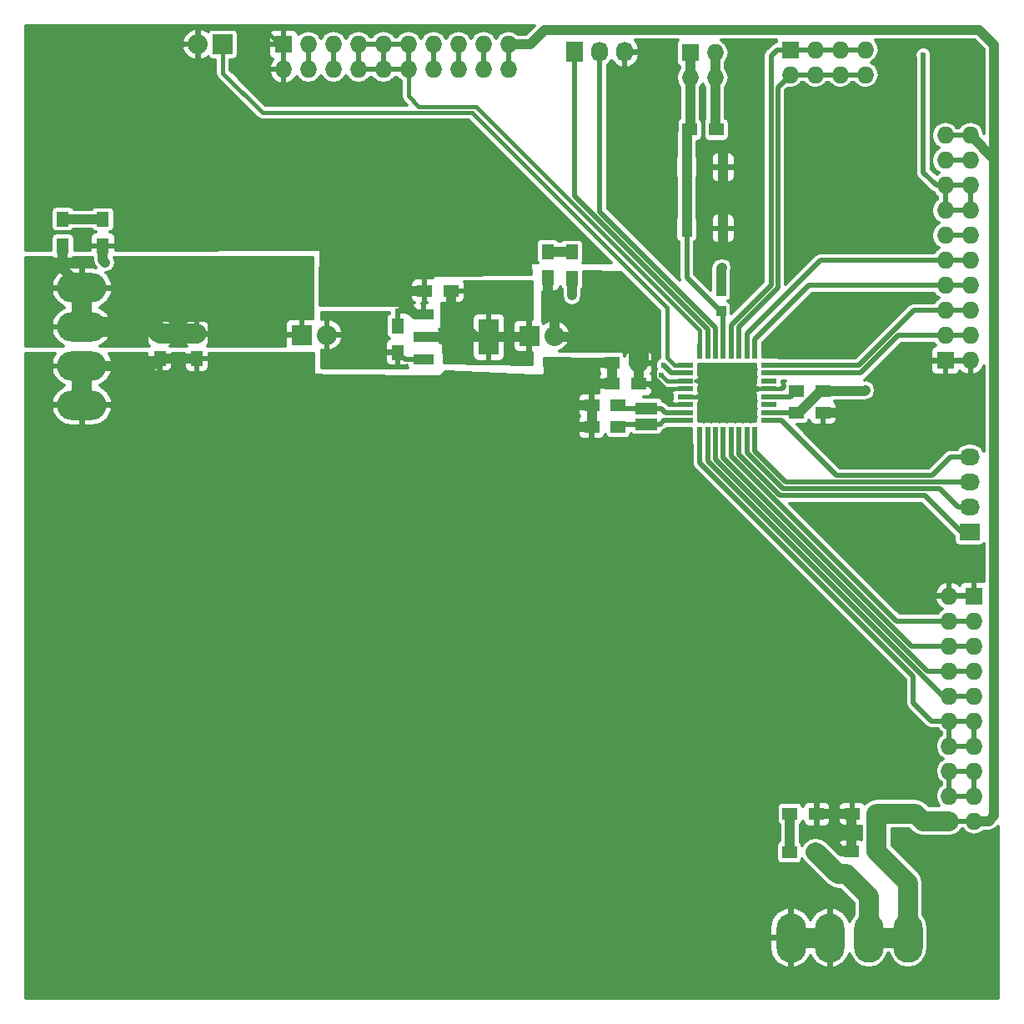
<source format=gbr>
G04 #@! TF.FileFunction,Copper,L1,Top,Signal*
%FSLAX46Y46*%
G04 Gerber Fmt 4.6, Leading zero omitted, Abs format (unit mm)*
G04 Created by KiCad (PCBNEW 4.0.6) date 10/03/17 06:58:34*
%MOMM*%
%LPD*%
G01*
G04 APERTURE LIST*
%ADD10C,0.100000*%
%ADD11R,2.032000X3.657600*%
%ADD12R,2.032000X1.016000*%
%ADD13R,1.250000X1.500000*%
%ADD14R,1.300000X1.500000*%
%ADD15R,1.600000X0.550000*%
%ADD16R,0.550000X1.600000*%
%ADD17R,1.500000X1.300000*%
%ADD18R,2.032000X2.032000*%
%ADD19O,2.032000X2.032000*%
%ADD20R,1.727200X1.727200*%
%ADD21O,1.727200X1.727200*%
%ADD22R,2.032000X1.727200*%
%ADD23O,2.032000X1.727200*%
%ADD24R,2.300000X1.200000*%
%ADD25R,1.000000X1.000000*%
%ADD26R,1.100000X1.800000*%
%ADD27O,5.001260X2.999740*%
%ADD28O,2.999740X5.001260*%
%ADD29R,1.727200X2.032000*%
%ADD30O,1.727200X2.032000*%
%ADD31R,1.500000X1.250000*%
%ADD32C,0.600000*%
%ADD33C,0.800000*%
%ADD34C,1.000000*%
%ADD35C,0.500000*%
%ADD36C,0.450000*%
%ADD37C,2.000000*%
%ADD38C,0.550000*%
%ADD39C,0.300000*%
G04 APERTURE END LIST*
D10*
D11*
X127632000Y-54260000D03*
D12*
X121028000Y-54260000D03*
X121028000Y-56546000D03*
X121028000Y-51974000D03*
D13*
X98000000Y-53940000D03*
X98000000Y-56440000D03*
X94220000Y-53920000D03*
X94220000Y-56420000D03*
D14*
X84380000Y-42290000D03*
X84380000Y-44990000D03*
X88450000Y-45000000D03*
X88450000Y-42300000D03*
D15*
X147590000Y-57120000D03*
X147590000Y-57920000D03*
X147590000Y-58720000D03*
X147590000Y-59520000D03*
X147590000Y-60320000D03*
X147590000Y-61120000D03*
X147590000Y-61920000D03*
X147590000Y-62720000D03*
D16*
X149040000Y-64170000D03*
X149840000Y-64170000D03*
X150640000Y-64170000D03*
X151440000Y-64170000D03*
X152240000Y-64170000D03*
X153040000Y-64170000D03*
X153840000Y-64170000D03*
X154640000Y-64170000D03*
D15*
X156090000Y-62720000D03*
X156090000Y-61920000D03*
X156090000Y-61120000D03*
X156090000Y-60320000D03*
X156090000Y-59520000D03*
X156090000Y-58720000D03*
X156090000Y-57920000D03*
X156090000Y-57120000D03*
D16*
X154640000Y-55670000D03*
X153840000Y-55670000D03*
X153040000Y-55670000D03*
X152240000Y-55670000D03*
X151440000Y-55670000D03*
X150640000Y-55670000D03*
X149840000Y-55670000D03*
X149040000Y-55670000D03*
D14*
X118380000Y-55810000D03*
X118380000Y-53110000D03*
D17*
X123800000Y-49560000D03*
X121100000Y-49560000D03*
X158140000Y-106570000D03*
X160840000Y-106570000D03*
X160910000Y-102680000D03*
X158210000Y-102680000D03*
X158860000Y-61940000D03*
X161560000Y-61940000D03*
X142880000Y-59010000D03*
X140180000Y-59010000D03*
X142860000Y-56900000D03*
X140160000Y-56900000D03*
D18*
X108650000Y-54030000D03*
D19*
X111190000Y-54030000D03*
D18*
X131730000Y-54130000D03*
D19*
X134270000Y-54130000D03*
D17*
X140770000Y-61180000D03*
X138070000Y-61180000D03*
X140770000Y-63360000D03*
X138070000Y-63360000D03*
D14*
X133610000Y-45560000D03*
X133610000Y-48260000D03*
X136080000Y-48300000D03*
X136080000Y-45600000D03*
D20*
X173990000Y-56640000D03*
D21*
X176530000Y-56640000D03*
X173990000Y-54100000D03*
X176530000Y-54100000D03*
X173990000Y-51560000D03*
X176530000Y-51560000D03*
X173990000Y-49020000D03*
X176530000Y-49020000D03*
X173990000Y-46480000D03*
X176530000Y-46480000D03*
X173990000Y-43940000D03*
X176530000Y-43940000D03*
X173990000Y-41400000D03*
X176530000Y-41400000D03*
X173990000Y-38860000D03*
X176530000Y-38860000D03*
X173990000Y-36320000D03*
X176530000Y-36320000D03*
X173990000Y-33780000D03*
X176530000Y-33780000D03*
D20*
X176910000Y-80540000D03*
D21*
X174370000Y-80540000D03*
X176910000Y-83080000D03*
X174370000Y-83080000D03*
X176910000Y-85620000D03*
X174370000Y-85620000D03*
X176910000Y-88160000D03*
X174370000Y-88160000D03*
X176910000Y-90700000D03*
X174370000Y-90700000D03*
X176910000Y-93240000D03*
X174370000Y-93240000D03*
X176910000Y-95780000D03*
X174370000Y-95780000D03*
X176910000Y-98320000D03*
X174370000Y-98320000D03*
X176910000Y-100860000D03*
X174370000Y-100860000D03*
X176910000Y-103400000D03*
X174370000Y-103400000D03*
D20*
X106790000Y-24530000D03*
D21*
X106790000Y-27070000D03*
X109330000Y-24530000D03*
X109330000Y-27070000D03*
X111870000Y-24530000D03*
X111870000Y-27070000D03*
X114410000Y-24530000D03*
X114410000Y-27070000D03*
X116950000Y-24530000D03*
X116950000Y-27070000D03*
X119490000Y-24530000D03*
X119490000Y-27070000D03*
X122030000Y-24530000D03*
X122030000Y-27070000D03*
X124570000Y-24530000D03*
X124570000Y-27070000D03*
X127110000Y-24530000D03*
X127110000Y-27070000D03*
X129650000Y-24530000D03*
X129650000Y-27070000D03*
D22*
X176470000Y-74050000D03*
D23*
X176470000Y-71510000D03*
X176470000Y-68970000D03*
X176470000Y-66430000D03*
D20*
X158240000Y-25070000D03*
D21*
X158240000Y-27610000D03*
X160780000Y-25070000D03*
X160780000Y-27610000D03*
X163320000Y-25070000D03*
X163320000Y-27610000D03*
X165860000Y-25070000D03*
X165860000Y-27610000D03*
D24*
X143620000Y-61490000D03*
X143620000Y-63090000D03*
D25*
X151200000Y-49620000D03*
X151200000Y-51620000D03*
D26*
X147730000Y-37020000D03*
X147730000Y-43220000D03*
X151430000Y-43220000D03*
X151430000Y-37020000D03*
D27*
X86320000Y-53228800D03*
X86320000Y-57191200D03*
X86320000Y-49268940D03*
X86320000Y-61151060D03*
D28*
X166231200Y-115250000D03*
X162268800Y-115250000D03*
X170191060Y-115250000D03*
X158308940Y-115250000D03*
D29*
X136350000Y-25310000D03*
D30*
X138890000Y-25310000D03*
X141430000Y-25310000D03*
D18*
X100630000Y-24540000D03*
D19*
X98090000Y-24540000D03*
D31*
X167020000Y-102640000D03*
X164520000Y-102640000D03*
X166950000Y-106490000D03*
X164450000Y-106490000D03*
D17*
X150740000Y-33190000D03*
X148040000Y-33190000D03*
D20*
X148080000Y-25400000D03*
D21*
X148080000Y-27940000D03*
X150620000Y-25400000D03*
X150620000Y-27940000D03*
D17*
X161580000Y-59740000D03*
X158880000Y-59740000D03*
D32*
X163070000Y-50620000D03*
X163820000Y-55050000D03*
D33*
X151490000Y-35360000D03*
D32*
X161020000Y-34620000D03*
X162830000Y-37690000D03*
X119120000Y-50890000D03*
X119120000Y-49560000D03*
X118390000Y-51630000D03*
D33*
X136080000Y-50040000D03*
X88690000Y-46690000D03*
X151460000Y-45110000D03*
X162460000Y-102700000D03*
X162570000Y-105610000D03*
X163360000Y-61930000D03*
D32*
X157600000Y-59240000D03*
X145180000Y-58130000D03*
D33*
X136300000Y-63370000D03*
X136280000Y-61200000D03*
X138230000Y-59020000D03*
X138180000Y-56890000D03*
D32*
X145360000Y-57140000D03*
X171750000Y-25640000D03*
X165860000Y-59640000D03*
X151300000Y-47210000D03*
X142970000Y-52720000D03*
D34*
X161580000Y-52110000D02*
X163070000Y-50620000D01*
X161580000Y-52810000D02*
X161580000Y-52110000D01*
X163820000Y-55050000D02*
X161580000Y-52810000D01*
X151430000Y-35420000D02*
X151490000Y-35360000D01*
X151430000Y-35420000D02*
X151430000Y-37020000D01*
X162810000Y-36410000D02*
X161020000Y-34620000D01*
X162810000Y-37670000D02*
X162810000Y-36410000D01*
X162830000Y-37690000D02*
X162810000Y-37670000D01*
X121028000Y-51974000D02*
X120204000Y-51974000D01*
X120204000Y-51974000D02*
X119120000Y-50890000D01*
X121100000Y-49560000D02*
X119120000Y-49560000D01*
D35*
X118380000Y-53110000D02*
X118380000Y-51640000D01*
X118380000Y-51640000D02*
X118390000Y-51630000D01*
D36*
X147590000Y-60320000D02*
X152810000Y-60320000D01*
X153610000Y-59520000D02*
X156090000Y-59520000D01*
X152810000Y-60320000D02*
X153610000Y-59520000D01*
D34*
X136080000Y-48300000D02*
X136080000Y-50040000D01*
X98000000Y-56440000D02*
X94240000Y-56440000D01*
X94240000Y-56440000D02*
X94220000Y-56420000D01*
X86320000Y-57191200D02*
X93448800Y-57191200D01*
X93448800Y-57191200D02*
X94220000Y-56420000D01*
X88450000Y-45000000D02*
X88450000Y-46450000D01*
X88450000Y-46450000D02*
X88690000Y-46690000D01*
X151430000Y-43220000D02*
X151430000Y-45080000D01*
X151430000Y-45080000D02*
X151460000Y-45110000D01*
X164520000Y-102640000D02*
X162520000Y-102640000D01*
X162440000Y-102680000D02*
X160910000Y-102680000D01*
X162440000Y-102680000D02*
X162460000Y-102700000D01*
X162520000Y-102640000D02*
X162460000Y-102700000D01*
X164450000Y-106490000D02*
X163450000Y-106490000D01*
X163450000Y-106490000D02*
X162570000Y-105610000D01*
X161560000Y-61940000D02*
X163350000Y-61940000D01*
X163350000Y-61940000D02*
X163360000Y-61930000D01*
D36*
X156090000Y-59520000D02*
X157320000Y-59520000D01*
X157320000Y-59520000D02*
X157600000Y-59240000D01*
X147590000Y-58720000D02*
X145770000Y-58720000D01*
X145770000Y-58720000D02*
X145180000Y-58130000D01*
D34*
X138070000Y-63360000D02*
X136310000Y-63360000D01*
X136310000Y-63360000D02*
X136300000Y-63370000D01*
X138070000Y-61180000D02*
X136300000Y-61180000D01*
X136300000Y-61180000D02*
X136280000Y-61200000D01*
X140180000Y-59010000D02*
X138240000Y-59010000D01*
X138240000Y-59010000D02*
X138230000Y-59020000D01*
X140160000Y-56900000D02*
X138190000Y-56900000D01*
X138190000Y-56900000D02*
X138180000Y-56890000D01*
X138070000Y-61180000D02*
X138070000Y-63360000D01*
X138070000Y-61180000D02*
X138070000Y-61120000D01*
X140160000Y-56900000D02*
X140160000Y-58990000D01*
X140160000Y-58990000D02*
X140180000Y-59010000D01*
D36*
X87091200Y-56420000D02*
X86320000Y-57191200D01*
X94240000Y-56440000D02*
X94220000Y-56420000D01*
X106790000Y-24530000D02*
X106320000Y-24530000D01*
X106320000Y-24530000D02*
X104470000Y-22680000D01*
X98090000Y-23200000D02*
X98090000Y-24540000D01*
X98610000Y-22680000D02*
X98090000Y-23200000D01*
X104470000Y-22680000D02*
X98610000Y-22680000D01*
D34*
X164450000Y-106490000D02*
X164450000Y-102710000D01*
X164450000Y-102710000D02*
X164520000Y-102640000D01*
X164480000Y-102680000D02*
X164520000Y-102640000D01*
X151430000Y-37020000D02*
X151430000Y-43220000D01*
D37*
X86320000Y-61151060D02*
X86320000Y-57191200D01*
X158308940Y-115250000D02*
X162268800Y-115250000D01*
D35*
X174370000Y-80540000D02*
X176910000Y-80540000D01*
X106790000Y-27070000D02*
X106790000Y-24530000D01*
X176530000Y-56640000D02*
X173990000Y-56640000D01*
D34*
X88450000Y-42300000D02*
X84390000Y-42300000D01*
X84390000Y-42300000D02*
X84380000Y-42290000D01*
D35*
X150640000Y-55670000D02*
X150640000Y-53280000D01*
X138890000Y-41530000D02*
X138890000Y-25310000D01*
X150640000Y-53280000D02*
X138890000Y-41530000D01*
X149840000Y-55670000D02*
X149840000Y-53441668D01*
X136350000Y-39951668D02*
X136350000Y-25310000D01*
X149840000Y-53441668D02*
X136350000Y-39951668D01*
D34*
X148080000Y-25400000D02*
X148080000Y-27940000D01*
X148080000Y-27940000D02*
X148080000Y-33150000D01*
X148080000Y-33150000D02*
X148040000Y-33190000D01*
X147730000Y-37020000D02*
X147730000Y-33500000D01*
X147730000Y-33500000D02*
X148040000Y-33190000D01*
X147730000Y-37020000D02*
X147730000Y-43220000D01*
D35*
X147730000Y-33500000D02*
X148040000Y-33190000D01*
X151200000Y-51620000D02*
X151140000Y-51620000D01*
X151140000Y-51620000D02*
X147730000Y-48210000D01*
X147730000Y-48210000D02*
X147730000Y-43220000D01*
X151440000Y-55670000D02*
X151440000Y-51860000D01*
X151440000Y-51860000D02*
X151200000Y-51620000D01*
X148040000Y-27980000D02*
X148080000Y-27940000D01*
X153040000Y-55670000D02*
X153040000Y-53181668D01*
X156970002Y-28879998D02*
X158240000Y-27610000D01*
X156970002Y-49251666D02*
X156970002Y-28879998D01*
X153040000Y-53181668D02*
X156970002Y-49251666D01*
X163320000Y-27610000D02*
X165860000Y-27610000D01*
X160780000Y-27610000D02*
X163320000Y-27610000D01*
X160780000Y-27610000D02*
X158240000Y-27610000D01*
X163320000Y-25070000D02*
X165860000Y-25070000D01*
X160780000Y-25070000D02*
X163320000Y-25070000D01*
X158240000Y-25070000D02*
X160780000Y-25070000D01*
X152240000Y-55670000D02*
X152240000Y-53020000D01*
X156930000Y-25070000D02*
X158240000Y-25070000D01*
X156290000Y-25710000D02*
X156930000Y-25070000D01*
X156290000Y-48970000D02*
X156290000Y-25710000D01*
X152240000Y-53020000D02*
X156290000Y-48970000D01*
X153040000Y-64170000D02*
X153040000Y-66173336D01*
X171870004Y-70330004D02*
X175590000Y-74050000D01*
X157196668Y-70330004D02*
X171870004Y-70330004D01*
X153040000Y-66173336D02*
X157196668Y-70330004D01*
X175590000Y-74050000D02*
X176470000Y-74050000D01*
X153840000Y-64170000D02*
X153840000Y-66011668D01*
X175250000Y-71510000D02*
X176470000Y-71510000D01*
X173390002Y-69650002D02*
X175250000Y-71510000D01*
X157478334Y-69650002D02*
X173390002Y-69650002D01*
X153840000Y-66011668D02*
X157478334Y-69650002D01*
X154640000Y-64170000D02*
X154640000Y-65850000D01*
X157760000Y-68970000D02*
X176470000Y-68970000D01*
X154640000Y-65850000D02*
X157760000Y-68970000D01*
X156090000Y-62720000D02*
X157360000Y-62720000D01*
X174550000Y-66430000D02*
X176470000Y-66430000D01*
X172690002Y-68289998D02*
X174550000Y-66430000D01*
X162929998Y-68289998D02*
X172690002Y-68289998D01*
X157360000Y-62720000D02*
X162929998Y-68289998D01*
X176910000Y-85620000D02*
X174370000Y-85620000D01*
X151440000Y-64170000D02*
X151440000Y-66496672D01*
X170563328Y-85620000D02*
X174370000Y-85620000D01*
X151440000Y-66496672D02*
X170563328Y-85620000D01*
X174370000Y-88160000D02*
X176910000Y-88160000D01*
X150640000Y-64170000D02*
X150640000Y-66658340D01*
X172141660Y-88160000D02*
X174370000Y-88160000D01*
X150640000Y-66658340D02*
X172141660Y-88160000D01*
X174370000Y-90700000D02*
X176910000Y-90700000D01*
X149840000Y-64170000D02*
X149840000Y-66820008D01*
X149840000Y-66820008D02*
X173719992Y-90700000D01*
X173719992Y-90700000D02*
X174370000Y-90700000D01*
X176910000Y-95780000D02*
X174370000Y-95780000D01*
X176910000Y-93240000D02*
X176910000Y-95780000D01*
X174370000Y-93240000D02*
X174370000Y-95780000D01*
X174370000Y-93240000D02*
X176910000Y-93240000D01*
X149040000Y-64170000D02*
X149040000Y-66981676D01*
X172530000Y-93240000D02*
X174370000Y-93240000D01*
X170730000Y-91440000D02*
X172530000Y-93240000D01*
X170730000Y-88671676D02*
X170730000Y-91440000D01*
X149040000Y-66981676D02*
X170730000Y-88671676D01*
X147590000Y-57920000D02*
X146140000Y-57920000D01*
X146140000Y-57920000D02*
X145360000Y-57140000D01*
X176910000Y-98320000D02*
X176910000Y-100860000D01*
X174370000Y-100860000D02*
X176910000Y-100860000D01*
X174370000Y-98320000D02*
X174370000Y-100860000D01*
X174370000Y-98320000D02*
X176910000Y-98320000D01*
X173990000Y-54100000D02*
X176530000Y-54100000D01*
X156090000Y-57920000D02*
X165380000Y-57920000D01*
X169200000Y-54100000D02*
X173990000Y-54100000D01*
X165380000Y-57920000D02*
X169200000Y-54100000D01*
X173990000Y-51560000D02*
X176530000Y-51560000D01*
X156090000Y-57120000D02*
X165218332Y-57120000D01*
X170778332Y-51560000D02*
X173990000Y-51560000D01*
X165218332Y-57120000D02*
X170778332Y-51560000D01*
X173990000Y-49020000D02*
X176530000Y-49020000D01*
X154640000Y-55670000D02*
X154640000Y-54510000D01*
X160130000Y-49020000D02*
X173990000Y-49020000D01*
X154640000Y-54510000D02*
X160130000Y-49020000D01*
X173990000Y-46480000D02*
X176530000Y-46480000D01*
X153840000Y-55670000D02*
X153840000Y-53930000D01*
X161290000Y-46480000D02*
X173990000Y-46480000D01*
X153840000Y-53930000D02*
X161290000Y-46480000D01*
D38*
X173990000Y-38860000D02*
X173090000Y-38860000D01*
X171750000Y-37520000D02*
X171750000Y-25640000D01*
X173090000Y-38860000D02*
X171750000Y-37520000D01*
D36*
X149040000Y-55670000D02*
X149040000Y-54180000D01*
X119490000Y-29780000D02*
X119490000Y-27070000D01*
X120539998Y-30829998D02*
X119490000Y-29780000D01*
X126302018Y-30829998D02*
X120539998Y-30829998D01*
X149040000Y-53567980D02*
X126302018Y-30829998D01*
X149040000Y-54180000D02*
X149040000Y-53567980D01*
D35*
X114410000Y-24530000D02*
X114410000Y-27070000D01*
X116950000Y-24530000D02*
X119490000Y-24530000D01*
X116950000Y-27070000D02*
X119490000Y-27070000D01*
X114410000Y-27070000D02*
X116950000Y-27070000D01*
X114410000Y-24530000D02*
X116950000Y-24530000D01*
X116950000Y-27070000D02*
X116950000Y-24530000D01*
X119490000Y-27070000D02*
X119490000Y-24530000D01*
X176530000Y-38860000D02*
X176530000Y-41400000D01*
X173990000Y-38860000D02*
X173990000Y-41400000D01*
X173990000Y-38860000D02*
X176530000Y-38860000D01*
X173990000Y-41400000D02*
X176530000Y-41400000D01*
D34*
X140710000Y-54200000D02*
X134340000Y-54200000D01*
X134340000Y-54200000D02*
X134270000Y-54130000D01*
X133610000Y-48260000D02*
X133610000Y-51920000D01*
X134270000Y-52580000D02*
X134270000Y-54130000D01*
X133610000Y-51920000D02*
X134270000Y-52580000D01*
X142880000Y-59010000D02*
X142880000Y-56920000D01*
X142880000Y-56920000D02*
X142860000Y-56900000D01*
X161580000Y-59740000D02*
X161320000Y-59740000D01*
X161320000Y-59740000D02*
X159120000Y-61940000D01*
X159120000Y-61940000D02*
X158860000Y-61940000D01*
X165760000Y-59740000D02*
X161580000Y-59740000D01*
X165860000Y-59640000D02*
X165760000Y-59740000D01*
D37*
X140710000Y-54200000D02*
X141490000Y-54200000D01*
D34*
X151200000Y-47310000D02*
X151200000Y-49620000D01*
X151300000Y-47210000D02*
X151200000Y-47310000D01*
D37*
X141490000Y-54200000D02*
X142970000Y-52720000D01*
X142860000Y-56900000D02*
X142860000Y-55590000D01*
X141470000Y-54200000D02*
X140710000Y-54200000D01*
X142860000Y-55590000D02*
X141470000Y-54200000D01*
D36*
X147590000Y-59520000D02*
X145530000Y-59520000D01*
X144170000Y-56900000D02*
X142860000Y-56900000D01*
X144420000Y-57150000D02*
X144170000Y-56900000D01*
X144420000Y-58410000D02*
X144420000Y-57150000D01*
X145530000Y-59520000D02*
X144420000Y-58410000D01*
X142880000Y-59010000D02*
X143800000Y-59010000D01*
X145910000Y-61120000D02*
X147590000Y-61120000D01*
X143800000Y-59010000D02*
X145910000Y-61120000D01*
D35*
X161580000Y-59740000D02*
X161060000Y-59740000D01*
X156090000Y-61920000D02*
X158840000Y-61920000D01*
X158840000Y-61920000D02*
X158860000Y-61940000D01*
X176910000Y-83080000D02*
X174370000Y-83080000D01*
X152240000Y-64170000D02*
X152240000Y-66335004D01*
X168984996Y-83080000D02*
X174370000Y-83080000D01*
X152240000Y-66335004D02*
X168984996Y-83080000D01*
D34*
X84380000Y-44990000D02*
X84380000Y-47328940D01*
X84380000Y-47328940D02*
X86320000Y-49268940D01*
D37*
X94220000Y-53920000D02*
X97980000Y-53920000D01*
X97980000Y-53920000D02*
X98000000Y-53940000D01*
X86320000Y-53228800D02*
X93528800Y-53228800D01*
X93528800Y-53228800D02*
X94220000Y-53920000D01*
X86320000Y-49268940D02*
X86320000Y-53228800D01*
D34*
X158210000Y-102680000D02*
X158210000Y-106500000D01*
X158210000Y-106500000D02*
X158140000Y-106570000D01*
D35*
X121028000Y-56546000D02*
X119116000Y-56546000D01*
X119116000Y-56546000D02*
X118380000Y-55810000D01*
D34*
X127632000Y-54260000D02*
X131600000Y-54260000D01*
X131600000Y-54260000D02*
X131730000Y-54130000D01*
X127632000Y-54260000D02*
X126240000Y-54260000D01*
X126240000Y-54260000D02*
X123800000Y-51820000D01*
X121028000Y-54260000D02*
X122700000Y-54260000D01*
X123800000Y-53160000D02*
X123800000Y-51820000D01*
X123800000Y-51820000D02*
X123800000Y-49560000D01*
X122700000Y-54260000D02*
X123800000Y-53160000D01*
D35*
X143620000Y-61490000D02*
X141080000Y-61490000D01*
X141080000Y-61490000D02*
X140770000Y-61180000D01*
X143620000Y-61490000D02*
X145110000Y-61490000D01*
X145540000Y-61920000D02*
X147590000Y-61920000D01*
X145110000Y-61490000D02*
X145540000Y-61920000D01*
X143620000Y-63090000D02*
X141040000Y-63090000D01*
X141040000Y-63090000D02*
X140770000Y-63360000D01*
X143620000Y-63090000D02*
X145030000Y-63090000D01*
X145400000Y-62720000D02*
X147590000Y-62720000D01*
X145030000Y-63090000D02*
X145400000Y-62720000D01*
X156090000Y-60320000D02*
X158300000Y-60320000D01*
X158300000Y-60320000D02*
X158880000Y-59740000D01*
D34*
X129650000Y-24530000D02*
X131830000Y-24530000D01*
X178960000Y-24620000D02*
X178960000Y-36210000D01*
X177420000Y-23080000D02*
X178960000Y-24620000D01*
X133280000Y-23080000D02*
X177420000Y-23080000D01*
X131830000Y-24530000D02*
X133280000Y-23080000D01*
X176910000Y-103400000D02*
X178390000Y-103400000D01*
X178390000Y-103400000D02*
X178960000Y-102830000D01*
X178960000Y-102830000D02*
X178960000Y-36210000D01*
X178960000Y-36210000D02*
X176530000Y-33780000D01*
D37*
X167020000Y-102640000D02*
X170940000Y-102640000D01*
X171700000Y-103400000D02*
X174370000Y-103400000D01*
X170940000Y-102640000D02*
X171700000Y-103400000D01*
X167020000Y-102640000D02*
X167020000Y-106420000D01*
X167020000Y-106420000D02*
X166950000Y-106490000D01*
X166231200Y-115250000D02*
X166231200Y-111061200D01*
X163060000Y-108790000D02*
X160840000Y-106570000D01*
X163960000Y-108790000D02*
X163060000Y-108790000D01*
X166231200Y-111061200D02*
X163960000Y-108790000D01*
X170191060Y-115250000D02*
X170191060Y-109731060D01*
X170191060Y-109731060D02*
X166950000Y-106490000D01*
X166231200Y-115250000D02*
X170191060Y-115250000D01*
D35*
X174370000Y-103400000D02*
X176910000Y-103400000D01*
X129650000Y-24530000D02*
X129650000Y-27070000D01*
X176530000Y-33780000D02*
X173990000Y-33780000D01*
D34*
X133610000Y-45560000D02*
X136040000Y-45560000D01*
X136040000Y-45560000D02*
X136080000Y-45600000D01*
D35*
X173990000Y-43940000D02*
X176530000Y-43940000D01*
X173990000Y-36320000D02*
X176530000Y-36320000D01*
X109330000Y-24530000D02*
X109330000Y-27070000D01*
X111870000Y-24530000D02*
X111870000Y-27070000D01*
X122030000Y-24530000D02*
X122030000Y-27070000D01*
X124570000Y-24530000D02*
X124570000Y-27070000D01*
X127110000Y-24530000D02*
X127110000Y-27070000D01*
D36*
X147590000Y-57120000D02*
X146470000Y-57120000D01*
X100630000Y-27460000D02*
X100630000Y-24540000D01*
X104630000Y-31460000D02*
X100630000Y-27460000D01*
X125910000Y-31460000D02*
X104630000Y-31460000D01*
X145710000Y-51260000D02*
X125910000Y-31460000D01*
X145710000Y-56360000D02*
X145710000Y-51260000D01*
X146470000Y-57120000D02*
X145710000Y-56360000D01*
D34*
X150620000Y-25400000D02*
X150620000Y-27940000D01*
X150620000Y-27940000D02*
X150620000Y-33070000D01*
X150620000Y-33070000D02*
X150740000Y-33190000D01*
D35*
X150740000Y-28060000D02*
X150620000Y-27940000D01*
D39*
G36*
X83357273Y-46297825D02*
X83599115Y-46398000D01*
X84111500Y-46398000D01*
X84276000Y-46233500D01*
X84276000Y-46220000D01*
X84484000Y-46220000D01*
X84484000Y-46233500D01*
X84648500Y-46398000D01*
X85160885Y-46398000D01*
X85402727Y-46297825D01*
X85480552Y-46220000D01*
X87400000Y-46220000D01*
X87400000Y-46450000D01*
X87479926Y-46851818D01*
X87698847Y-47179455D01*
X87424760Y-47111070D01*
X86424000Y-47111070D01*
X86424000Y-49164940D01*
X89311415Y-49164940D01*
X89433317Y-48829048D01*
X89354171Y-48539243D01*
X88920144Y-47816635D01*
X88789796Y-47720150D01*
X89091817Y-47660074D01*
X89432462Y-47432462D01*
X89660074Y-47091817D01*
X89740000Y-46690000D01*
X89660074Y-46288182D01*
X89614516Y-46220000D01*
X109720000Y-46220000D01*
X109720000Y-52356000D01*
X108918500Y-52356000D01*
X108754000Y-52520500D01*
X108754000Y-53926000D01*
X108774000Y-53926000D01*
X108774000Y-54134000D01*
X108754000Y-54134000D01*
X108754000Y-54154000D01*
X108546000Y-54154000D01*
X108546000Y-54134000D01*
X107140500Y-54134000D01*
X106976000Y-54298500D01*
X106976000Y-55176885D01*
X106981834Y-55190970D01*
X99051917Y-55193635D01*
X99182826Y-55062727D01*
X99283000Y-54820884D01*
X99283000Y-54208500D01*
X99118500Y-54044000D01*
X98104000Y-54044000D01*
X98104000Y-54064000D01*
X97896000Y-54064000D01*
X97896000Y-54044000D01*
X96881500Y-54044000D01*
X96717000Y-54208500D01*
X96717000Y-54820884D01*
X96817174Y-55062727D01*
X96948789Y-55194342D01*
X95250640Y-55194912D01*
X95402826Y-55042727D01*
X95503000Y-54800884D01*
X95503000Y-54188500D01*
X95338500Y-54024000D01*
X94324000Y-54024000D01*
X94324000Y-54044000D01*
X94116000Y-54044000D01*
X94116000Y-54024000D01*
X93101500Y-54024000D01*
X92937000Y-54188500D01*
X92937000Y-54800884D01*
X93037174Y-55042727D01*
X93190053Y-55195605D01*
X88183811Y-55197287D01*
X88242625Y-55182613D01*
X88920144Y-54681105D01*
X89354171Y-53958497D01*
X89433317Y-53668692D01*
X89311415Y-53332800D01*
X86424000Y-53332800D01*
X86424000Y-53352800D01*
X86216000Y-53352800D01*
X86216000Y-53332800D01*
X83328585Y-53332800D01*
X83206683Y-53668692D01*
X83285829Y-53958497D01*
X83719856Y-54681105D01*
X84397375Y-55182613D01*
X84461203Y-55198538D01*
X80625000Y-55199827D01*
X80625000Y-49708832D01*
X83206683Y-49708832D01*
X83285829Y-49998637D01*
X83719856Y-50721245D01*
X84397375Y-51222753D01*
X84502053Y-51248870D01*
X84397375Y-51274987D01*
X83719856Y-51776495D01*
X83285829Y-52499103D01*
X83206683Y-52788908D01*
X83328585Y-53124800D01*
X86216000Y-53124800D01*
X86216000Y-49372940D01*
X86424000Y-49372940D01*
X86424000Y-53124800D01*
X89311415Y-53124800D01*
X89342511Y-53039116D01*
X92937000Y-53039116D01*
X92937000Y-53651500D01*
X93101500Y-53816000D01*
X94116000Y-53816000D01*
X94116000Y-52676500D01*
X94324000Y-52676500D01*
X94324000Y-53816000D01*
X95338500Y-53816000D01*
X95503000Y-53651500D01*
X95503000Y-53059116D01*
X96717000Y-53059116D01*
X96717000Y-53671500D01*
X96881500Y-53836000D01*
X97896000Y-53836000D01*
X97896000Y-52696500D01*
X98104000Y-52696500D01*
X98104000Y-53836000D01*
X99118500Y-53836000D01*
X99283000Y-53671500D01*
X99283000Y-53059116D01*
X99210099Y-52883115D01*
X106976000Y-52883115D01*
X106976000Y-53761500D01*
X107140500Y-53926000D01*
X108546000Y-53926000D01*
X108546000Y-52520500D01*
X108381500Y-52356000D01*
X107503116Y-52356000D01*
X107261273Y-52456174D01*
X107076175Y-52641273D01*
X106976000Y-52883115D01*
X99210099Y-52883115D01*
X99182826Y-52817273D01*
X98997727Y-52632175D01*
X98755885Y-52532000D01*
X98268500Y-52532000D01*
X98104000Y-52696500D01*
X97896000Y-52696500D01*
X97731500Y-52532000D01*
X97244115Y-52532000D01*
X97002273Y-52632175D01*
X96817174Y-52817273D01*
X96717000Y-53059116D01*
X95503000Y-53059116D01*
X95503000Y-53039116D01*
X95402826Y-52797273D01*
X95217727Y-52612175D01*
X94975885Y-52512000D01*
X94488500Y-52512000D01*
X94324000Y-52676500D01*
X94116000Y-52676500D01*
X93951500Y-52512000D01*
X93464115Y-52512000D01*
X93222273Y-52612175D01*
X93037174Y-52797273D01*
X92937000Y-53039116D01*
X89342511Y-53039116D01*
X89433317Y-52788908D01*
X89354171Y-52499103D01*
X88920144Y-51776495D01*
X88242625Y-51274987D01*
X88137947Y-51248870D01*
X88242625Y-51222753D01*
X88920144Y-50721245D01*
X89354171Y-49998637D01*
X89433317Y-49708832D01*
X89311415Y-49372940D01*
X86424000Y-49372940D01*
X86216000Y-49372940D01*
X83328585Y-49372940D01*
X83206683Y-49708832D01*
X80625000Y-49708832D01*
X80625000Y-48829048D01*
X83206683Y-48829048D01*
X83328585Y-49164940D01*
X86216000Y-49164940D01*
X86216000Y-47111070D01*
X85215240Y-47111070D01*
X84397375Y-47315127D01*
X83719856Y-47816635D01*
X83285829Y-48539243D01*
X83206683Y-48829048D01*
X80625000Y-48829048D01*
X80625000Y-46220000D01*
X83279448Y-46220000D01*
X83357273Y-46297825D01*
X83357273Y-46297825D01*
G37*
X83357273Y-46297825D02*
X83599115Y-46398000D01*
X84111500Y-46398000D01*
X84276000Y-46233500D01*
X84276000Y-46220000D01*
X84484000Y-46220000D01*
X84484000Y-46233500D01*
X84648500Y-46398000D01*
X85160885Y-46398000D01*
X85402727Y-46297825D01*
X85480552Y-46220000D01*
X87400000Y-46220000D01*
X87400000Y-46450000D01*
X87479926Y-46851818D01*
X87698847Y-47179455D01*
X87424760Y-47111070D01*
X86424000Y-47111070D01*
X86424000Y-49164940D01*
X89311415Y-49164940D01*
X89433317Y-48829048D01*
X89354171Y-48539243D01*
X88920144Y-47816635D01*
X88789796Y-47720150D01*
X89091817Y-47660074D01*
X89432462Y-47432462D01*
X89660074Y-47091817D01*
X89740000Y-46690000D01*
X89660074Y-46288182D01*
X89614516Y-46220000D01*
X109720000Y-46220000D01*
X109720000Y-52356000D01*
X108918500Y-52356000D01*
X108754000Y-52520500D01*
X108754000Y-53926000D01*
X108774000Y-53926000D01*
X108774000Y-54134000D01*
X108754000Y-54134000D01*
X108754000Y-54154000D01*
X108546000Y-54154000D01*
X108546000Y-54134000D01*
X107140500Y-54134000D01*
X106976000Y-54298500D01*
X106976000Y-55176885D01*
X106981834Y-55190970D01*
X99051917Y-55193635D01*
X99182826Y-55062727D01*
X99283000Y-54820884D01*
X99283000Y-54208500D01*
X99118500Y-54044000D01*
X98104000Y-54044000D01*
X98104000Y-54064000D01*
X97896000Y-54064000D01*
X97896000Y-54044000D01*
X96881500Y-54044000D01*
X96717000Y-54208500D01*
X96717000Y-54820884D01*
X96817174Y-55062727D01*
X96948789Y-55194342D01*
X95250640Y-55194912D01*
X95402826Y-55042727D01*
X95503000Y-54800884D01*
X95503000Y-54188500D01*
X95338500Y-54024000D01*
X94324000Y-54024000D01*
X94324000Y-54044000D01*
X94116000Y-54044000D01*
X94116000Y-54024000D01*
X93101500Y-54024000D01*
X92937000Y-54188500D01*
X92937000Y-54800884D01*
X93037174Y-55042727D01*
X93190053Y-55195605D01*
X88183811Y-55197287D01*
X88242625Y-55182613D01*
X88920144Y-54681105D01*
X89354171Y-53958497D01*
X89433317Y-53668692D01*
X89311415Y-53332800D01*
X86424000Y-53332800D01*
X86424000Y-53352800D01*
X86216000Y-53352800D01*
X86216000Y-53332800D01*
X83328585Y-53332800D01*
X83206683Y-53668692D01*
X83285829Y-53958497D01*
X83719856Y-54681105D01*
X84397375Y-55182613D01*
X84461203Y-55198538D01*
X80625000Y-55199827D01*
X80625000Y-49708832D01*
X83206683Y-49708832D01*
X83285829Y-49998637D01*
X83719856Y-50721245D01*
X84397375Y-51222753D01*
X84502053Y-51248870D01*
X84397375Y-51274987D01*
X83719856Y-51776495D01*
X83285829Y-52499103D01*
X83206683Y-52788908D01*
X83328585Y-53124800D01*
X86216000Y-53124800D01*
X86216000Y-49372940D01*
X86424000Y-49372940D01*
X86424000Y-53124800D01*
X89311415Y-53124800D01*
X89342511Y-53039116D01*
X92937000Y-53039116D01*
X92937000Y-53651500D01*
X93101500Y-53816000D01*
X94116000Y-53816000D01*
X94116000Y-52676500D01*
X94324000Y-52676500D01*
X94324000Y-53816000D01*
X95338500Y-53816000D01*
X95503000Y-53651500D01*
X95503000Y-53059116D01*
X96717000Y-53059116D01*
X96717000Y-53671500D01*
X96881500Y-53836000D01*
X97896000Y-53836000D01*
X97896000Y-52696500D01*
X98104000Y-52696500D01*
X98104000Y-53836000D01*
X99118500Y-53836000D01*
X99283000Y-53671500D01*
X99283000Y-53059116D01*
X99210099Y-52883115D01*
X106976000Y-52883115D01*
X106976000Y-53761500D01*
X107140500Y-53926000D01*
X108546000Y-53926000D01*
X108546000Y-52520500D01*
X108381500Y-52356000D01*
X107503116Y-52356000D01*
X107261273Y-52456174D01*
X107076175Y-52641273D01*
X106976000Y-52883115D01*
X99210099Y-52883115D01*
X99182826Y-52817273D01*
X98997727Y-52632175D01*
X98755885Y-52532000D01*
X98268500Y-52532000D01*
X98104000Y-52696500D01*
X97896000Y-52696500D01*
X97731500Y-52532000D01*
X97244115Y-52532000D01*
X97002273Y-52632175D01*
X96817174Y-52817273D01*
X96717000Y-53059116D01*
X95503000Y-53059116D01*
X95503000Y-53039116D01*
X95402826Y-52797273D01*
X95217727Y-52612175D01*
X94975885Y-52512000D01*
X94488500Y-52512000D01*
X94324000Y-52676500D01*
X94116000Y-52676500D01*
X93951500Y-52512000D01*
X93464115Y-52512000D01*
X93222273Y-52612175D01*
X93037174Y-52797273D01*
X92937000Y-53039116D01*
X89342511Y-53039116D01*
X89433317Y-52788908D01*
X89354171Y-52499103D01*
X88920144Y-51776495D01*
X88242625Y-51274987D01*
X88137947Y-51248870D01*
X88242625Y-51222753D01*
X88920144Y-50721245D01*
X89354171Y-49998637D01*
X89433317Y-49708832D01*
X89311415Y-49372940D01*
X86424000Y-49372940D01*
X86216000Y-49372940D01*
X83328585Y-49372940D01*
X83206683Y-49708832D01*
X80625000Y-49708832D01*
X80625000Y-48829048D01*
X83206683Y-48829048D01*
X83328585Y-49164940D01*
X86216000Y-49164940D01*
X86216000Y-47111070D01*
X85215240Y-47111070D01*
X84397375Y-47315127D01*
X83719856Y-47816635D01*
X83285829Y-48539243D01*
X83206683Y-48829048D01*
X80625000Y-48829048D01*
X80625000Y-46220000D01*
X83279448Y-46220000D01*
X83357273Y-46297825D01*
G36*
X117539853Y-51798334D02*
X117553912Y-51832358D01*
X117526182Y-51837576D01*
X117338988Y-51958032D01*
X117213406Y-52141827D01*
X117169225Y-52360000D01*
X117169225Y-53860000D01*
X117207576Y-54063818D01*
X117328032Y-54251012D01*
X117496250Y-54365950D01*
X117494427Y-54445363D01*
X117357273Y-54502175D01*
X117172174Y-54687273D01*
X117072000Y-54929116D01*
X117072000Y-55541500D01*
X117236500Y-55706000D01*
X118276000Y-55706000D01*
X118276000Y-55686000D01*
X118484000Y-55686000D01*
X118484000Y-55706000D01*
X118504000Y-55706000D01*
X118504000Y-55914000D01*
X118484000Y-55914000D01*
X118484000Y-57053500D01*
X118648500Y-57218000D01*
X119160885Y-57218000D01*
X119354000Y-57138009D01*
X119354000Y-57184884D01*
X119418251Y-57340000D01*
X110717970Y-57340000D01*
X110700778Y-56078500D01*
X117072000Y-56078500D01*
X117072000Y-56690884D01*
X117172174Y-56932727D01*
X117357273Y-57117825D01*
X117599115Y-57218000D01*
X118111500Y-57218000D01*
X118276000Y-57053500D01*
X118276000Y-55914000D01*
X117236500Y-55914000D01*
X117072000Y-56078500D01*
X110700778Y-56078500D01*
X110694336Y-55605869D01*
X110825914Y-55663934D01*
X111086000Y-55536273D01*
X111086000Y-54134000D01*
X111294000Y-54134000D01*
X111294000Y-55536273D01*
X111554086Y-55663934D01*
X112151651Y-55400228D01*
X112602813Y-54927918D01*
X112823927Y-54394085D01*
X112695913Y-54134000D01*
X111294000Y-54134000D01*
X111086000Y-54134000D01*
X111066000Y-54134000D01*
X111066000Y-53926000D01*
X111086000Y-53926000D01*
X111086000Y-52523727D01*
X111294000Y-52523727D01*
X111294000Y-53926000D01*
X112695913Y-53926000D01*
X112823927Y-53665915D01*
X112602813Y-53132082D01*
X112151651Y-52659772D01*
X111554086Y-52396066D01*
X111294000Y-52523727D01*
X111086000Y-52523727D01*
X110825914Y-52396066D01*
X110651639Y-52472974D01*
X110642050Y-51769370D01*
X117539903Y-51740708D01*
X117539853Y-51798334D01*
X117539853Y-51798334D01*
G37*
X117539853Y-51798334D02*
X117553912Y-51832358D01*
X117526182Y-51837576D01*
X117338988Y-51958032D01*
X117213406Y-52141827D01*
X117169225Y-52360000D01*
X117169225Y-53860000D01*
X117207576Y-54063818D01*
X117328032Y-54251012D01*
X117496250Y-54365950D01*
X117494427Y-54445363D01*
X117357273Y-54502175D01*
X117172174Y-54687273D01*
X117072000Y-54929116D01*
X117072000Y-55541500D01*
X117236500Y-55706000D01*
X118276000Y-55706000D01*
X118276000Y-55686000D01*
X118484000Y-55686000D01*
X118484000Y-55706000D01*
X118504000Y-55706000D01*
X118504000Y-55914000D01*
X118484000Y-55914000D01*
X118484000Y-57053500D01*
X118648500Y-57218000D01*
X119160885Y-57218000D01*
X119354000Y-57138009D01*
X119354000Y-57184884D01*
X119418251Y-57340000D01*
X110717970Y-57340000D01*
X110700778Y-56078500D01*
X117072000Y-56078500D01*
X117072000Y-56690884D01*
X117172174Y-56932727D01*
X117357273Y-57117825D01*
X117599115Y-57218000D01*
X118111500Y-57218000D01*
X118276000Y-57053500D01*
X118276000Y-55914000D01*
X117236500Y-55914000D01*
X117072000Y-56078500D01*
X110700778Y-56078500D01*
X110694336Y-55605869D01*
X110825914Y-55663934D01*
X111086000Y-55536273D01*
X111086000Y-54134000D01*
X111294000Y-54134000D01*
X111294000Y-55536273D01*
X111554086Y-55663934D01*
X112151651Y-55400228D01*
X112602813Y-54927918D01*
X112823927Y-54394085D01*
X112695913Y-54134000D01*
X111294000Y-54134000D01*
X111086000Y-54134000D01*
X111066000Y-54134000D01*
X111066000Y-53926000D01*
X111086000Y-53926000D01*
X111086000Y-52523727D01*
X111294000Y-52523727D01*
X111294000Y-53926000D01*
X112695913Y-53926000D01*
X112823927Y-53665915D01*
X112602813Y-53132082D01*
X112151651Y-52659772D01*
X111554086Y-52396066D01*
X111294000Y-52523727D01*
X111086000Y-52523727D01*
X110825914Y-52396066D01*
X110651639Y-52472974D01*
X110642050Y-51769370D01*
X117539903Y-51740708D01*
X117539853Y-51798334D01*
G36*
X121132000Y-56442000D02*
X121152000Y-56442000D01*
X121152000Y-56650000D01*
X121132000Y-56650000D01*
X121132000Y-56670000D01*
X120924000Y-56670000D01*
X120924000Y-56650000D01*
X120904000Y-56650000D01*
X120904000Y-56442000D01*
X120924000Y-56442000D01*
X120924000Y-56422000D01*
X121132000Y-56422000D01*
X121132000Y-56442000D01*
X121132000Y-56442000D01*
G37*
X121132000Y-56442000D02*
X121152000Y-56442000D01*
X121152000Y-56650000D01*
X121132000Y-56650000D01*
X121132000Y-56670000D01*
X120924000Y-56670000D01*
X120924000Y-56650000D01*
X120904000Y-56650000D01*
X120904000Y-56442000D01*
X120924000Y-56442000D01*
X120924000Y-56422000D01*
X121132000Y-56422000D01*
X121132000Y-56442000D01*
G36*
X132012060Y-52456000D02*
X131998500Y-52456000D01*
X131834000Y-52620500D01*
X131834000Y-54026000D01*
X131854000Y-54026000D01*
X131854000Y-54234000D01*
X131834000Y-54234000D01*
X131834000Y-55639500D01*
X131998500Y-55804000D01*
X132039060Y-55804000D01*
X132048768Y-57007858D01*
X123107861Y-56882066D01*
X123079984Y-54967816D01*
X123067318Y-54909636D01*
X123033014Y-54860967D01*
X122982478Y-54829479D01*
X122931053Y-54820004D01*
X122702000Y-54818397D01*
X122702000Y-54528500D01*
X125958000Y-54528500D01*
X125958000Y-56219684D01*
X126058174Y-56461527D01*
X126243273Y-56646625D01*
X126485115Y-56746800D01*
X127363500Y-56746800D01*
X127528000Y-56582300D01*
X127528000Y-54364000D01*
X127736000Y-54364000D01*
X127736000Y-56582300D01*
X127900500Y-56746800D01*
X128778885Y-56746800D01*
X129020727Y-56646625D01*
X129205826Y-56461527D01*
X129306000Y-56219684D01*
X129306000Y-54528500D01*
X129176000Y-54398500D01*
X130056000Y-54398500D01*
X130056000Y-55276885D01*
X130156175Y-55518727D01*
X130341273Y-55703826D01*
X130583116Y-55804000D01*
X131461500Y-55804000D01*
X131626000Y-55639500D01*
X131626000Y-54234000D01*
X130220500Y-54234000D01*
X130056000Y-54398500D01*
X129176000Y-54398500D01*
X129141500Y-54364000D01*
X127736000Y-54364000D01*
X127528000Y-54364000D01*
X126122500Y-54364000D01*
X125958000Y-54528500D01*
X122702000Y-54528500D01*
X122537500Y-54364000D01*
X121132000Y-54364000D01*
X121132000Y-54384000D01*
X120924000Y-54384000D01*
X120924000Y-54364000D01*
X120904000Y-54364000D01*
X120904000Y-54156000D01*
X120924000Y-54156000D01*
X120924000Y-54136000D01*
X121132000Y-54136000D01*
X121132000Y-54156000D01*
X122537500Y-54156000D01*
X122702000Y-53991500D01*
X122702000Y-53621116D01*
X122655319Y-53508417D01*
X122737149Y-53509973D01*
X122795721Y-53499266D01*
X122845514Y-53466615D01*
X122878680Y-53417165D01*
X122889997Y-53359066D01*
X122883408Y-52300316D01*
X125958000Y-52300316D01*
X125958000Y-53991500D01*
X126122500Y-54156000D01*
X127528000Y-54156000D01*
X127528000Y-51937700D01*
X127736000Y-51937700D01*
X127736000Y-54156000D01*
X129141500Y-54156000D01*
X129306000Y-53991500D01*
X129306000Y-52983115D01*
X130056000Y-52983115D01*
X130056000Y-53861500D01*
X130220500Y-54026000D01*
X131626000Y-54026000D01*
X131626000Y-52620500D01*
X131461500Y-52456000D01*
X130583116Y-52456000D01*
X130341273Y-52556174D01*
X130156175Y-52741273D01*
X130056000Y-52983115D01*
X129306000Y-52983115D01*
X129306000Y-52300316D01*
X129205826Y-52058473D01*
X129020727Y-51873375D01*
X128778885Y-51773200D01*
X127900500Y-51773200D01*
X127736000Y-51937700D01*
X127528000Y-51937700D01*
X127363500Y-51773200D01*
X126485115Y-51773200D01*
X126243273Y-51873375D01*
X126058174Y-52058473D01*
X125958000Y-52300316D01*
X122883408Y-52300316D01*
X122874377Y-50849469D01*
X122919116Y-50868000D01*
X123531500Y-50868000D01*
X123696000Y-50703500D01*
X123696000Y-49664000D01*
X123904000Y-49664000D01*
X123904000Y-50703500D01*
X124068500Y-50868000D01*
X124680884Y-50868000D01*
X124922727Y-50767826D01*
X125107825Y-50582727D01*
X125208000Y-50340885D01*
X125208000Y-49828500D01*
X125043500Y-49664000D01*
X123904000Y-49664000D01*
X123696000Y-49664000D01*
X123676000Y-49664000D01*
X123676000Y-49456000D01*
X123696000Y-49456000D01*
X123696000Y-49436000D01*
X123904000Y-49436000D01*
X123904000Y-49456000D01*
X125043500Y-49456000D01*
X125208000Y-49291500D01*
X125208000Y-48779115D01*
X125164612Y-48674369D01*
X131981213Y-48630951D01*
X132012060Y-52456000D01*
X132012060Y-52456000D01*
G37*
X132012060Y-52456000D02*
X131998500Y-52456000D01*
X131834000Y-52620500D01*
X131834000Y-54026000D01*
X131854000Y-54026000D01*
X131854000Y-54234000D01*
X131834000Y-54234000D01*
X131834000Y-55639500D01*
X131998500Y-55804000D01*
X132039060Y-55804000D01*
X132048768Y-57007858D01*
X123107861Y-56882066D01*
X123079984Y-54967816D01*
X123067318Y-54909636D01*
X123033014Y-54860967D01*
X122982478Y-54829479D01*
X122931053Y-54820004D01*
X122702000Y-54818397D01*
X122702000Y-54528500D01*
X125958000Y-54528500D01*
X125958000Y-56219684D01*
X126058174Y-56461527D01*
X126243273Y-56646625D01*
X126485115Y-56746800D01*
X127363500Y-56746800D01*
X127528000Y-56582300D01*
X127528000Y-54364000D01*
X127736000Y-54364000D01*
X127736000Y-56582300D01*
X127900500Y-56746800D01*
X128778885Y-56746800D01*
X129020727Y-56646625D01*
X129205826Y-56461527D01*
X129306000Y-56219684D01*
X129306000Y-54528500D01*
X129176000Y-54398500D01*
X130056000Y-54398500D01*
X130056000Y-55276885D01*
X130156175Y-55518727D01*
X130341273Y-55703826D01*
X130583116Y-55804000D01*
X131461500Y-55804000D01*
X131626000Y-55639500D01*
X131626000Y-54234000D01*
X130220500Y-54234000D01*
X130056000Y-54398500D01*
X129176000Y-54398500D01*
X129141500Y-54364000D01*
X127736000Y-54364000D01*
X127528000Y-54364000D01*
X126122500Y-54364000D01*
X125958000Y-54528500D01*
X122702000Y-54528500D01*
X122537500Y-54364000D01*
X121132000Y-54364000D01*
X121132000Y-54384000D01*
X120924000Y-54384000D01*
X120924000Y-54364000D01*
X120904000Y-54364000D01*
X120904000Y-54156000D01*
X120924000Y-54156000D01*
X120924000Y-54136000D01*
X121132000Y-54136000D01*
X121132000Y-54156000D01*
X122537500Y-54156000D01*
X122702000Y-53991500D01*
X122702000Y-53621116D01*
X122655319Y-53508417D01*
X122737149Y-53509973D01*
X122795721Y-53499266D01*
X122845514Y-53466615D01*
X122878680Y-53417165D01*
X122889997Y-53359066D01*
X122883408Y-52300316D01*
X125958000Y-52300316D01*
X125958000Y-53991500D01*
X126122500Y-54156000D01*
X127528000Y-54156000D01*
X127528000Y-51937700D01*
X127736000Y-51937700D01*
X127736000Y-54156000D01*
X129141500Y-54156000D01*
X129306000Y-53991500D01*
X129306000Y-52983115D01*
X130056000Y-52983115D01*
X130056000Y-53861500D01*
X130220500Y-54026000D01*
X131626000Y-54026000D01*
X131626000Y-52620500D01*
X131461500Y-52456000D01*
X130583116Y-52456000D01*
X130341273Y-52556174D01*
X130156175Y-52741273D01*
X130056000Y-52983115D01*
X129306000Y-52983115D01*
X129306000Y-52300316D01*
X129205826Y-52058473D01*
X129020727Y-51873375D01*
X128778885Y-51773200D01*
X127900500Y-51773200D01*
X127736000Y-51937700D01*
X127528000Y-51937700D01*
X127363500Y-51773200D01*
X126485115Y-51773200D01*
X126243273Y-51873375D01*
X126058174Y-52058473D01*
X125958000Y-52300316D01*
X122883408Y-52300316D01*
X122874377Y-50849469D01*
X122919116Y-50868000D01*
X123531500Y-50868000D01*
X123696000Y-50703500D01*
X123696000Y-49664000D01*
X123904000Y-49664000D01*
X123904000Y-50703500D01*
X124068500Y-50868000D01*
X124680884Y-50868000D01*
X124922727Y-50767826D01*
X125107825Y-50582727D01*
X125208000Y-50340885D01*
X125208000Y-49828500D01*
X125043500Y-49664000D01*
X123904000Y-49664000D01*
X123696000Y-49664000D01*
X123676000Y-49664000D01*
X123676000Y-49456000D01*
X123696000Y-49456000D01*
X123696000Y-49436000D01*
X123904000Y-49436000D01*
X123904000Y-49456000D01*
X125043500Y-49456000D01*
X125208000Y-49291500D01*
X125208000Y-48779115D01*
X125164612Y-48674369D01*
X131981213Y-48630951D01*
X132012060Y-52456000D01*
G36*
X141045514Y-47691530D02*
X144935000Y-51581015D01*
X144935000Y-56360000D01*
X144941600Y-56393178D01*
X144879143Y-56418985D01*
X144639826Y-56657885D01*
X144510148Y-56970183D01*
X144509853Y-57308334D01*
X144594573Y-57513373D01*
X144459826Y-57647885D01*
X144330148Y-57960183D01*
X144329853Y-58298334D01*
X144458985Y-58610857D01*
X144697885Y-58850174D01*
X144879622Y-58925638D01*
X145221992Y-59268008D01*
X145473420Y-59436007D01*
X145770000Y-59495000D01*
X146430825Y-59495000D01*
X146431374Y-59622192D01*
X146428565Y-59624000D01*
X146296500Y-59624000D01*
X146132000Y-59788500D01*
X146132000Y-59925885D01*
X146229225Y-60160605D01*
X146229225Y-60479395D01*
X146132000Y-60714115D01*
X146132000Y-60851500D01*
X146296500Y-61016000D01*
X146431921Y-61016000D01*
X146437407Y-61019748D01*
X146437839Y-61120000D01*
X145871370Y-61120000D01*
X145675685Y-60924315D01*
X145416147Y-60750896D01*
X145300264Y-60727846D01*
X145292424Y-60686182D01*
X145171968Y-60498988D01*
X144988173Y-60373406D01*
X144770000Y-60329225D01*
X143367636Y-60329225D01*
X143352038Y-60318000D01*
X143760884Y-60318000D01*
X144002727Y-60217826D01*
X144187825Y-60032727D01*
X144288000Y-59790885D01*
X144288000Y-59278500D01*
X144123500Y-59114000D01*
X142984000Y-59114000D01*
X142984000Y-59134000D01*
X142776000Y-59134000D01*
X142776000Y-59114000D01*
X142756000Y-59114000D01*
X142756000Y-58906000D01*
X142776000Y-58906000D01*
X142776000Y-57866500D01*
X142756000Y-57846500D01*
X142756000Y-57004000D01*
X142964000Y-57004000D01*
X142964000Y-58043500D01*
X142984000Y-58063500D01*
X142984000Y-58906000D01*
X144123500Y-58906000D01*
X144288000Y-58741500D01*
X144288000Y-58229115D01*
X144187825Y-57987273D01*
X144145552Y-57945000D01*
X144167825Y-57922727D01*
X144268000Y-57680885D01*
X144268000Y-57168500D01*
X144103500Y-57004000D01*
X142964000Y-57004000D01*
X142756000Y-57004000D01*
X142736000Y-57004000D01*
X142736000Y-56796000D01*
X142756000Y-56796000D01*
X142756000Y-55756500D01*
X142964000Y-55756500D01*
X142964000Y-56796000D01*
X144103500Y-56796000D01*
X144268000Y-56631500D01*
X144268000Y-56119115D01*
X144167825Y-55877273D01*
X143982727Y-55692174D01*
X143740884Y-55592000D01*
X143128500Y-55592000D01*
X142964000Y-55756500D01*
X142756000Y-55756500D01*
X142591500Y-55592000D01*
X141979116Y-55592000D01*
X141737273Y-55692174D01*
X141552175Y-55877273D01*
X141452000Y-56119115D01*
X141452000Y-56150219D01*
X141432424Y-56046182D01*
X141375038Y-55957001D01*
X141369903Y-55814595D01*
X141355989Y-55756700D01*
X141320648Y-55708780D01*
X141269448Y-55678385D01*
X141219458Y-55670001D01*
X134794317Y-55693224D01*
X135231651Y-55500228D01*
X135682813Y-55027918D01*
X135903927Y-54494085D01*
X135775913Y-54234000D01*
X134374000Y-54234000D01*
X134374000Y-54254000D01*
X134166000Y-54254000D01*
X134166000Y-54234000D01*
X134146000Y-54234000D01*
X134146000Y-54026000D01*
X134166000Y-54026000D01*
X134166000Y-52623727D01*
X134374000Y-52623727D01*
X134374000Y-54026000D01*
X135775913Y-54026000D01*
X135903927Y-53765915D01*
X135682813Y-53232082D01*
X135231651Y-52759772D01*
X134634086Y-52496066D01*
X134374000Y-52623727D01*
X134166000Y-52623727D01*
X133905914Y-52496066D01*
X133308349Y-52759772D01*
X133226664Y-52845286D01*
X133147968Y-52722988D01*
X133125917Y-52707921D01*
X133076443Y-49668000D01*
X133341500Y-49668000D01*
X133506000Y-49503500D01*
X133506000Y-48364000D01*
X133486000Y-48364000D01*
X133486000Y-48156000D01*
X133506000Y-48156000D01*
X133506000Y-48136000D01*
X133714000Y-48136000D01*
X133714000Y-48156000D01*
X133734000Y-48156000D01*
X133734000Y-48364000D01*
X133714000Y-48364000D01*
X133714000Y-49503500D01*
X133878500Y-49668000D01*
X134390885Y-49668000D01*
X134632727Y-49567825D01*
X134817826Y-49382727D01*
X134896220Y-49193466D01*
X134907576Y-49253818D01*
X135028032Y-49441012D01*
X135030000Y-49442357D01*
X135030000Y-50040000D01*
X135109926Y-50441818D01*
X135337538Y-50782462D01*
X135678182Y-51010074D01*
X136080000Y-51090000D01*
X136481818Y-51010074D01*
X136822462Y-50782462D01*
X137050074Y-50441818D01*
X137130000Y-50040000D01*
X137130000Y-49438814D01*
X137246594Y-49268173D01*
X137290775Y-49050000D01*
X137290775Y-47640189D01*
X141045514Y-47691530D01*
X141045514Y-47691530D01*
G37*
X141045514Y-47691530D02*
X144935000Y-51581015D01*
X144935000Y-56360000D01*
X144941600Y-56393178D01*
X144879143Y-56418985D01*
X144639826Y-56657885D01*
X144510148Y-56970183D01*
X144509853Y-57308334D01*
X144594573Y-57513373D01*
X144459826Y-57647885D01*
X144330148Y-57960183D01*
X144329853Y-58298334D01*
X144458985Y-58610857D01*
X144697885Y-58850174D01*
X144879622Y-58925638D01*
X145221992Y-59268008D01*
X145473420Y-59436007D01*
X145770000Y-59495000D01*
X146430825Y-59495000D01*
X146431374Y-59622192D01*
X146428565Y-59624000D01*
X146296500Y-59624000D01*
X146132000Y-59788500D01*
X146132000Y-59925885D01*
X146229225Y-60160605D01*
X146229225Y-60479395D01*
X146132000Y-60714115D01*
X146132000Y-60851500D01*
X146296500Y-61016000D01*
X146431921Y-61016000D01*
X146437407Y-61019748D01*
X146437839Y-61120000D01*
X145871370Y-61120000D01*
X145675685Y-60924315D01*
X145416147Y-60750896D01*
X145300264Y-60727846D01*
X145292424Y-60686182D01*
X145171968Y-60498988D01*
X144988173Y-60373406D01*
X144770000Y-60329225D01*
X143367636Y-60329225D01*
X143352038Y-60318000D01*
X143760884Y-60318000D01*
X144002727Y-60217826D01*
X144187825Y-60032727D01*
X144288000Y-59790885D01*
X144288000Y-59278500D01*
X144123500Y-59114000D01*
X142984000Y-59114000D01*
X142984000Y-59134000D01*
X142776000Y-59134000D01*
X142776000Y-59114000D01*
X142756000Y-59114000D01*
X142756000Y-58906000D01*
X142776000Y-58906000D01*
X142776000Y-57866500D01*
X142756000Y-57846500D01*
X142756000Y-57004000D01*
X142964000Y-57004000D01*
X142964000Y-58043500D01*
X142984000Y-58063500D01*
X142984000Y-58906000D01*
X144123500Y-58906000D01*
X144288000Y-58741500D01*
X144288000Y-58229115D01*
X144187825Y-57987273D01*
X144145552Y-57945000D01*
X144167825Y-57922727D01*
X144268000Y-57680885D01*
X144268000Y-57168500D01*
X144103500Y-57004000D01*
X142964000Y-57004000D01*
X142756000Y-57004000D01*
X142736000Y-57004000D01*
X142736000Y-56796000D01*
X142756000Y-56796000D01*
X142756000Y-55756500D01*
X142964000Y-55756500D01*
X142964000Y-56796000D01*
X144103500Y-56796000D01*
X144268000Y-56631500D01*
X144268000Y-56119115D01*
X144167825Y-55877273D01*
X143982727Y-55692174D01*
X143740884Y-55592000D01*
X143128500Y-55592000D01*
X142964000Y-55756500D01*
X142756000Y-55756500D01*
X142591500Y-55592000D01*
X141979116Y-55592000D01*
X141737273Y-55692174D01*
X141552175Y-55877273D01*
X141452000Y-56119115D01*
X141452000Y-56150219D01*
X141432424Y-56046182D01*
X141375038Y-55957001D01*
X141369903Y-55814595D01*
X141355989Y-55756700D01*
X141320648Y-55708780D01*
X141269448Y-55678385D01*
X141219458Y-55670001D01*
X134794317Y-55693224D01*
X135231651Y-55500228D01*
X135682813Y-55027918D01*
X135903927Y-54494085D01*
X135775913Y-54234000D01*
X134374000Y-54234000D01*
X134374000Y-54254000D01*
X134166000Y-54254000D01*
X134166000Y-54234000D01*
X134146000Y-54234000D01*
X134146000Y-54026000D01*
X134166000Y-54026000D01*
X134166000Y-52623727D01*
X134374000Y-52623727D01*
X134374000Y-54026000D01*
X135775913Y-54026000D01*
X135903927Y-53765915D01*
X135682813Y-53232082D01*
X135231651Y-52759772D01*
X134634086Y-52496066D01*
X134374000Y-52623727D01*
X134166000Y-52623727D01*
X133905914Y-52496066D01*
X133308349Y-52759772D01*
X133226664Y-52845286D01*
X133147968Y-52722988D01*
X133125917Y-52707921D01*
X133076443Y-49668000D01*
X133341500Y-49668000D01*
X133506000Y-49503500D01*
X133506000Y-48364000D01*
X133486000Y-48364000D01*
X133486000Y-48156000D01*
X133506000Y-48156000D01*
X133506000Y-48136000D01*
X133714000Y-48136000D01*
X133714000Y-48156000D01*
X133734000Y-48156000D01*
X133734000Y-48364000D01*
X133714000Y-48364000D01*
X133714000Y-49503500D01*
X133878500Y-49668000D01*
X134390885Y-49668000D01*
X134632727Y-49567825D01*
X134817826Y-49382727D01*
X134896220Y-49193466D01*
X134907576Y-49253818D01*
X135028032Y-49441012D01*
X135030000Y-49442357D01*
X135030000Y-50040000D01*
X135109926Y-50441818D01*
X135337538Y-50782462D01*
X135678182Y-51010074D01*
X136080000Y-51090000D01*
X136481818Y-51010074D01*
X136822462Y-50782462D01*
X137050074Y-50441818D01*
X137130000Y-50040000D01*
X137130000Y-49438814D01*
X137246594Y-49268173D01*
X137290775Y-49050000D01*
X137290775Y-47640189D01*
X141045514Y-47691530D01*
G36*
X83591667Y-55952316D02*
X83285829Y-56461503D01*
X83206683Y-56751308D01*
X83328585Y-57087200D01*
X86216000Y-57087200D01*
X86216000Y-57067200D01*
X86424000Y-57067200D01*
X86424000Y-57087200D01*
X89311415Y-57087200D01*
X89433317Y-56751308D01*
X89416165Y-56688500D01*
X92937000Y-56688500D01*
X92937000Y-57300884D01*
X93037174Y-57542727D01*
X93222273Y-57727825D01*
X93464115Y-57828000D01*
X93951500Y-57828000D01*
X94116000Y-57663500D01*
X94116000Y-56524000D01*
X94324000Y-56524000D01*
X94324000Y-57663500D01*
X94488500Y-57828000D01*
X94975885Y-57828000D01*
X95217727Y-57727825D01*
X95402826Y-57542727D01*
X95503000Y-57300884D01*
X95503000Y-56708500D01*
X96717000Y-56708500D01*
X96717000Y-57320884D01*
X96817174Y-57562727D01*
X97002273Y-57747825D01*
X97244115Y-57848000D01*
X97731500Y-57848000D01*
X97896000Y-57683500D01*
X97896000Y-56544000D01*
X98104000Y-56544000D01*
X98104000Y-57683500D01*
X98268500Y-57848000D01*
X98755885Y-57848000D01*
X98997727Y-57747825D01*
X99182826Y-57562727D01*
X99283000Y-57320884D01*
X99283000Y-56708500D01*
X99118500Y-56544000D01*
X98104000Y-56544000D01*
X97896000Y-56544000D01*
X96881500Y-56544000D01*
X96717000Y-56708500D01*
X95503000Y-56708500D01*
X95503000Y-56688500D01*
X95338500Y-56524000D01*
X94324000Y-56524000D01*
X94116000Y-56524000D01*
X93101500Y-56524000D01*
X92937000Y-56688500D01*
X89416165Y-56688500D01*
X89354171Y-56461503D01*
X89050533Y-55955979D01*
X92937000Y-55958586D01*
X92937000Y-56151500D01*
X93101500Y-56316000D01*
X94116000Y-56316000D01*
X94116000Y-56296000D01*
X94324000Y-56296000D01*
X94324000Y-56316000D01*
X95338500Y-56316000D01*
X95503000Y-56151500D01*
X95503000Y-55960308D01*
X96717000Y-55961122D01*
X96717000Y-56171500D01*
X96881500Y-56336000D01*
X97896000Y-56336000D01*
X97896000Y-56316000D01*
X98104000Y-56316000D01*
X98104000Y-56336000D01*
X99118500Y-56336000D01*
X99283000Y-56171500D01*
X99283000Y-55962844D01*
X109800771Y-55969900D01*
X109810002Y-57760773D01*
X109810111Y-57765765D01*
X109820111Y-58025765D01*
X109834163Y-58083626D01*
X109869619Y-58131461D01*
X109920892Y-58161734D01*
X109968204Y-58169989D01*
X111638204Y-58189989D01*
X111638779Y-58189995D01*
X122698779Y-58279995D01*
X122757232Y-58268652D01*
X122816691Y-58224251D01*
X123188957Y-57763350D01*
X132191707Y-58179777D01*
X132500343Y-58199689D01*
X132514476Y-58199933D01*
X133184476Y-58179933D01*
X133242455Y-58166379D01*
X133290594Y-58131336D01*
X133321306Y-58080325D01*
X133329873Y-58023841D01*
X133269888Y-56564215D01*
X133265749Y-56452463D01*
X138752000Y-56538553D01*
X138752000Y-56631500D01*
X138916500Y-56796000D01*
X139940496Y-56796000D01*
X139948311Y-57004000D01*
X138916500Y-57004000D01*
X138752000Y-57168500D01*
X138752000Y-57680885D01*
X138852175Y-57922727D01*
X138894448Y-57965000D01*
X138872175Y-57987273D01*
X138772000Y-58229115D01*
X138772000Y-58741500D01*
X138936500Y-58906000D01*
X140019773Y-58906000D01*
X140027588Y-59114000D01*
X138936500Y-59114000D01*
X138772000Y-59278500D01*
X138772000Y-59790885D01*
X138805599Y-59872000D01*
X138338500Y-59872000D01*
X138174000Y-60036500D01*
X138174000Y-61076000D01*
X138194000Y-61076000D01*
X138194000Y-61284000D01*
X138174000Y-61284000D01*
X138174000Y-63256000D01*
X138194000Y-63256000D01*
X138194000Y-63464000D01*
X138174000Y-63464000D01*
X138174000Y-64503500D01*
X138338500Y-64668000D01*
X138950884Y-64668000D01*
X139192727Y-64567826D01*
X139377825Y-64382727D01*
X139478000Y-64140885D01*
X139478000Y-64109781D01*
X139497576Y-64213818D01*
X139618032Y-64401012D01*
X139801827Y-64526594D01*
X140020000Y-64570775D01*
X141520000Y-64570775D01*
X141723818Y-64532424D01*
X141911012Y-64411968D01*
X142036594Y-64228173D01*
X142066787Y-64079077D01*
X142068032Y-64081012D01*
X142251827Y-64206594D01*
X142470000Y-64250775D01*
X144770000Y-64250775D01*
X144973818Y-64212424D01*
X145161012Y-64091968D01*
X145286594Y-63908173D01*
X145301198Y-63836056D01*
X145336147Y-63829104D01*
X145595685Y-63655685D01*
X145731370Y-63520000D01*
X146613337Y-63520000D01*
X146790000Y-63555775D01*
X148204225Y-63555775D01*
X148204225Y-64970000D01*
X148240000Y-65160128D01*
X148240000Y-66981676D01*
X148290543Y-67235776D01*
X148300896Y-67287823D01*
X148474315Y-67547361D01*
X169930000Y-89003047D01*
X169930000Y-91440000D01*
X169941935Y-91500000D01*
X169990896Y-91746147D01*
X170164315Y-92005685D01*
X171964314Y-93805685D01*
X172223853Y-93979104D01*
X172530000Y-94040000D01*
X173218584Y-94040000D01*
X173370434Y-94267260D01*
X173570000Y-94400606D01*
X173570000Y-94619394D01*
X173370434Y-94752740D01*
X173064004Y-95211345D01*
X172956400Y-95752306D01*
X172956400Y-95807694D01*
X173064004Y-96348655D01*
X173370434Y-96807260D01*
X173733720Y-97050000D01*
X173370434Y-97292740D01*
X173064004Y-97751345D01*
X172956400Y-98292306D01*
X172956400Y-98347694D01*
X173064004Y-98888655D01*
X173370434Y-99347260D01*
X173570000Y-99480606D01*
X173570000Y-99699394D01*
X173370434Y-99832740D01*
X173064004Y-100291345D01*
X172956400Y-100832306D01*
X172956400Y-100887694D01*
X173064004Y-101428655D01*
X173345538Y-101850000D01*
X172342032Y-101850000D01*
X172036016Y-101543984D01*
X171533159Y-101207987D01*
X170940000Y-101089999D01*
X170939995Y-101090000D01*
X167020000Y-101090000D01*
X166426841Y-101207987D01*
X165923984Y-101543984D01*
X165839491Y-101670437D01*
X165827825Y-101642273D01*
X165642727Y-101457174D01*
X165400884Y-101357000D01*
X164788500Y-101357000D01*
X164624000Y-101521500D01*
X164624000Y-102536000D01*
X164644000Y-102536000D01*
X164644000Y-102744000D01*
X164624000Y-102744000D01*
X164624000Y-103758500D01*
X164788500Y-103923000D01*
X165400884Y-103923000D01*
X165470000Y-103894371D01*
X165470000Y-105264623D01*
X165330884Y-105207000D01*
X164718500Y-105207000D01*
X164554000Y-105371500D01*
X164554000Y-106386000D01*
X164574000Y-106386000D01*
X164574000Y-106594000D01*
X164554000Y-106594000D01*
X164554000Y-106614000D01*
X164346000Y-106614000D01*
X164346000Y-106594000D01*
X163206500Y-106594000D01*
X163131266Y-106669234D01*
X162196147Y-105734115D01*
X163042000Y-105734115D01*
X163042000Y-106221500D01*
X163206500Y-106386000D01*
X164346000Y-106386000D01*
X164346000Y-105371500D01*
X164181500Y-105207000D01*
X163569116Y-105207000D01*
X163327273Y-105307174D01*
X163142175Y-105492273D01*
X163042000Y-105734115D01*
X162196147Y-105734115D01*
X161993679Y-105531647D01*
X161991968Y-105528988D01*
X161988975Y-105526943D01*
X161936016Y-105473984D01*
X161433159Y-105137987D01*
X160840000Y-105019999D01*
X160246841Y-105137987D01*
X159743984Y-105473984D01*
X159726292Y-105500463D01*
X159698988Y-105518032D01*
X159573406Y-105701827D01*
X159565431Y-105741208D01*
X159449718Y-105914385D01*
X159412424Y-105716182D01*
X159291968Y-105528988D01*
X159260000Y-105507145D01*
X159260000Y-103790533D01*
X159351012Y-103731968D01*
X159476594Y-103548173D01*
X159502000Y-103422714D01*
X159502000Y-103460885D01*
X159602175Y-103702727D01*
X159787273Y-103887826D01*
X160029116Y-103988000D01*
X160641500Y-103988000D01*
X160806000Y-103823500D01*
X160806000Y-102784000D01*
X161014000Y-102784000D01*
X161014000Y-103823500D01*
X161178500Y-103988000D01*
X161790884Y-103988000D01*
X162032727Y-103887826D01*
X162217825Y-103702727D01*
X162318000Y-103460885D01*
X162318000Y-102948500D01*
X162278000Y-102908500D01*
X163112000Y-102908500D01*
X163112000Y-103395885D01*
X163212175Y-103637727D01*
X163397273Y-103822826D01*
X163639116Y-103923000D01*
X164251500Y-103923000D01*
X164416000Y-103758500D01*
X164416000Y-102744000D01*
X163276500Y-102744000D01*
X163112000Y-102908500D01*
X162278000Y-102908500D01*
X162153500Y-102784000D01*
X161014000Y-102784000D01*
X160806000Y-102784000D01*
X160786000Y-102784000D01*
X160786000Y-102576000D01*
X160806000Y-102576000D01*
X160806000Y-101536500D01*
X161014000Y-101536500D01*
X161014000Y-102576000D01*
X162153500Y-102576000D01*
X162318000Y-102411500D01*
X162318000Y-101899115D01*
X162311787Y-101884115D01*
X163112000Y-101884115D01*
X163112000Y-102371500D01*
X163276500Y-102536000D01*
X164416000Y-102536000D01*
X164416000Y-101521500D01*
X164251500Y-101357000D01*
X163639116Y-101357000D01*
X163397273Y-101457174D01*
X163212175Y-101642273D01*
X163112000Y-101884115D01*
X162311787Y-101884115D01*
X162217825Y-101657273D01*
X162032727Y-101472174D01*
X161790884Y-101372000D01*
X161178500Y-101372000D01*
X161014000Y-101536500D01*
X160806000Y-101536500D01*
X160641500Y-101372000D01*
X160029116Y-101372000D01*
X159787273Y-101472174D01*
X159602175Y-101657273D01*
X159502000Y-101899115D01*
X159502000Y-101930219D01*
X159482424Y-101826182D01*
X159361968Y-101638988D01*
X159178173Y-101513406D01*
X158960000Y-101469225D01*
X157460000Y-101469225D01*
X157256182Y-101507576D01*
X157068988Y-101628032D01*
X156943406Y-101811827D01*
X156899225Y-102030000D01*
X156899225Y-103330000D01*
X156937576Y-103533818D01*
X157058032Y-103721012D01*
X157160000Y-103790684D01*
X157160000Y-105414424D01*
X156998988Y-105518032D01*
X156873406Y-105701827D01*
X156829225Y-105920000D01*
X156829225Y-107220000D01*
X156867576Y-107423818D01*
X156988032Y-107611012D01*
X157171827Y-107736594D01*
X157390000Y-107780775D01*
X158890000Y-107780775D01*
X159093818Y-107742424D01*
X159281012Y-107621968D01*
X159406594Y-107438173D01*
X159449657Y-107225522D01*
X159561862Y-107393450D01*
X159567576Y-107423818D01*
X159688032Y-107611012D01*
X159723361Y-107635151D01*
X159743984Y-107666016D01*
X161963982Y-109886013D01*
X161963984Y-109886016D01*
X162466841Y-110222013D01*
X163060000Y-110340001D01*
X163060005Y-110340000D01*
X163317968Y-110340000D01*
X164681200Y-111703231D01*
X164681200Y-112890441D01*
X164337367Y-113405024D01*
X164295057Y-113617732D01*
X164222613Y-113327375D01*
X163721105Y-112649856D01*
X162998497Y-112215829D01*
X162708692Y-112136683D01*
X162372800Y-112258585D01*
X162372800Y-115146000D01*
X162392800Y-115146000D01*
X162392800Y-115354000D01*
X162372800Y-115354000D01*
X162372800Y-118241415D01*
X162708692Y-118363317D01*
X162998497Y-118284171D01*
X163721105Y-117850144D01*
X164222613Y-117172625D01*
X164295057Y-116882268D01*
X164337367Y-117094976D01*
X164781723Y-117760002D01*
X165446749Y-118204358D01*
X166231200Y-118360395D01*
X167015651Y-118204358D01*
X167680677Y-117760002D01*
X168125033Y-117094976D01*
X168183707Y-116800000D01*
X168238553Y-116800000D01*
X168297227Y-117094976D01*
X168741583Y-117760002D01*
X169406609Y-118204358D01*
X170191060Y-118360395D01*
X170975511Y-118204358D01*
X171640537Y-117760002D01*
X172084893Y-117094976D01*
X172240930Y-116310525D01*
X172240930Y-114189475D01*
X172084893Y-113405024D01*
X171741060Y-112890441D01*
X171741060Y-109731065D01*
X171741061Y-109731060D01*
X171623073Y-109137901D01*
X171287076Y-108635044D01*
X168570000Y-105917968D01*
X168570000Y-104190000D01*
X170297969Y-104190000D01*
X170603982Y-104496013D01*
X170603984Y-104496016D01*
X170905425Y-104697431D01*
X171106840Y-104832013D01*
X171700000Y-104950000D01*
X174370000Y-104950000D01*
X174963159Y-104832013D01*
X175466016Y-104496016D01*
X175663807Y-104200000D01*
X175758584Y-104200000D01*
X175910434Y-104427260D01*
X176369039Y-104733690D01*
X176910000Y-104841294D01*
X177450961Y-104733690D01*
X177875533Y-104450000D01*
X178390000Y-104450000D01*
X178791818Y-104370074D01*
X179132462Y-104142462D01*
X179375000Y-103899924D01*
X179375000Y-121375000D01*
X80625000Y-121375000D01*
X80625000Y-115354000D01*
X156151070Y-115354000D01*
X156151070Y-116354760D01*
X156355127Y-117172625D01*
X156856635Y-117850144D01*
X157579243Y-118284171D01*
X157869048Y-118363317D01*
X158204940Y-118241415D01*
X158204940Y-115354000D01*
X158412940Y-115354000D01*
X158412940Y-118241415D01*
X158748832Y-118363317D01*
X159038637Y-118284171D01*
X159761245Y-117850144D01*
X160262753Y-117172625D01*
X160288870Y-117067947D01*
X160314987Y-117172625D01*
X160816495Y-117850144D01*
X161539103Y-118284171D01*
X161828908Y-118363317D01*
X162164800Y-118241415D01*
X162164800Y-115354000D01*
X158412940Y-115354000D01*
X158204940Y-115354000D01*
X156151070Y-115354000D01*
X80625000Y-115354000D01*
X80625000Y-114145240D01*
X156151070Y-114145240D01*
X156151070Y-115146000D01*
X158204940Y-115146000D01*
X158204940Y-112258585D01*
X158412940Y-112258585D01*
X158412940Y-115146000D01*
X162164800Y-115146000D01*
X162164800Y-112258585D01*
X161828908Y-112136683D01*
X161539103Y-112215829D01*
X160816495Y-112649856D01*
X160314987Y-113327375D01*
X160288870Y-113432053D01*
X160262753Y-113327375D01*
X159761245Y-112649856D01*
X159038637Y-112215829D01*
X158748832Y-112136683D01*
X158412940Y-112258585D01*
X158204940Y-112258585D01*
X157869048Y-112136683D01*
X157579243Y-112215829D01*
X156856635Y-112649856D01*
X156355127Y-113327375D01*
X156151070Y-114145240D01*
X80625000Y-114145240D01*
X80625000Y-63628500D01*
X136662000Y-63628500D01*
X136662000Y-64140885D01*
X136762175Y-64382727D01*
X136947273Y-64567826D01*
X137189116Y-64668000D01*
X137801500Y-64668000D01*
X137966000Y-64503500D01*
X137966000Y-63464000D01*
X136826500Y-63464000D01*
X136662000Y-63628500D01*
X80625000Y-63628500D01*
X80625000Y-61590952D01*
X83206683Y-61590952D01*
X83285829Y-61880757D01*
X83719856Y-62603365D01*
X84397375Y-63104873D01*
X85215240Y-63308930D01*
X86216000Y-63308930D01*
X86216000Y-61255060D01*
X86424000Y-61255060D01*
X86424000Y-63308930D01*
X87424760Y-63308930D01*
X88242625Y-63104873D01*
X88920144Y-62603365D01*
X89354171Y-61880757D01*
X89433317Y-61590952D01*
X89381619Y-61448500D01*
X136662000Y-61448500D01*
X136662000Y-61960885D01*
X136762175Y-62202727D01*
X136829448Y-62270000D01*
X136762175Y-62337273D01*
X136662000Y-62579115D01*
X136662000Y-63091500D01*
X136826500Y-63256000D01*
X137966000Y-63256000D01*
X137966000Y-61284000D01*
X136826500Y-61284000D01*
X136662000Y-61448500D01*
X89381619Y-61448500D01*
X89311415Y-61255060D01*
X86424000Y-61255060D01*
X86216000Y-61255060D01*
X83328585Y-61255060D01*
X83206683Y-61590952D01*
X80625000Y-61590952D01*
X80625000Y-57631092D01*
X83206683Y-57631092D01*
X83285829Y-57920897D01*
X83719856Y-58643505D01*
X84397375Y-59145013D01*
X84502053Y-59171130D01*
X84397375Y-59197247D01*
X83719856Y-59698755D01*
X83285829Y-60421363D01*
X83206683Y-60711168D01*
X83328585Y-61047060D01*
X86216000Y-61047060D01*
X86216000Y-57295200D01*
X86424000Y-57295200D01*
X86424000Y-61047060D01*
X89311415Y-61047060D01*
X89433317Y-60711168D01*
X89354171Y-60421363D01*
X89340808Y-60399115D01*
X136662000Y-60399115D01*
X136662000Y-60911500D01*
X136826500Y-61076000D01*
X137966000Y-61076000D01*
X137966000Y-60036500D01*
X137801500Y-59872000D01*
X137189116Y-59872000D01*
X136947273Y-59972174D01*
X136762175Y-60157273D01*
X136662000Y-60399115D01*
X89340808Y-60399115D01*
X88920144Y-59698755D01*
X88242625Y-59197247D01*
X88137947Y-59171130D01*
X88242625Y-59145013D01*
X88920144Y-58643505D01*
X89354171Y-57920897D01*
X89433317Y-57631092D01*
X89311415Y-57295200D01*
X86424000Y-57295200D01*
X86216000Y-57295200D01*
X83328585Y-57295200D01*
X83206683Y-57631092D01*
X80625000Y-57631092D01*
X80625000Y-55950326D01*
X83591667Y-55952316D01*
X83591667Y-55952316D01*
G37*
X83591667Y-55952316D02*
X83285829Y-56461503D01*
X83206683Y-56751308D01*
X83328585Y-57087200D01*
X86216000Y-57087200D01*
X86216000Y-57067200D01*
X86424000Y-57067200D01*
X86424000Y-57087200D01*
X89311415Y-57087200D01*
X89433317Y-56751308D01*
X89416165Y-56688500D01*
X92937000Y-56688500D01*
X92937000Y-57300884D01*
X93037174Y-57542727D01*
X93222273Y-57727825D01*
X93464115Y-57828000D01*
X93951500Y-57828000D01*
X94116000Y-57663500D01*
X94116000Y-56524000D01*
X94324000Y-56524000D01*
X94324000Y-57663500D01*
X94488500Y-57828000D01*
X94975885Y-57828000D01*
X95217727Y-57727825D01*
X95402826Y-57542727D01*
X95503000Y-57300884D01*
X95503000Y-56708500D01*
X96717000Y-56708500D01*
X96717000Y-57320884D01*
X96817174Y-57562727D01*
X97002273Y-57747825D01*
X97244115Y-57848000D01*
X97731500Y-57848000D01*
X97896000Y-57683500D01*
X97896000Y-56544000D01*
X98104000Y-56544000D01*
X98104000Y-57683500D01*
X98268500Y-57848000D01*
X98755885Y-57848000D01*
X98997727Y-57747825D01*
X99182826Y-57562727D01*
X99283000Y-57320884D01*
X99283000Y-56708500D01*
X99118500Y-56544000D01*
X98104000Y-56544000D01*
X97896000Y-56544000D01*
X96881500Y-56544000D01*
X96717000Y-56708500D01*
X95503000Y-56708500D01*
X95503000Y-56688500D01*
X95338500Y-56524000D01*
X94324000Y-56524000D01*
X94116000Y-56524000D01*
X93101500Y-56524000D01*
X92937000Y-56688500D01*
X89416165Y-56688500D01*
X89354171Y-56461503D01*
X89050533Y-55955979D01*
X92937000Y-55958586D01*
X92937000Y-56151500D01*
X93101500Y-56316000D01*
X94116000Y-56316000D01*
X94116000Y-56296000D01*
X94324000Y-56296000D01*
X94324000Y-56316000D01*
X95338500Y-56316000D01*
X95503000Y-56151500D01*
X95503000Y-55960308D01*
X96717000Y-55961122D01*
X96717000Y-56171500D01*
X96881500Y-56336000D01*
X97896000Y-56336000D01*
X97896000Y-56316000D01*
X98104000Y-56316000D01*
X98104000Y-56336000D01*
X99118500Y-56336000D01*
X99283000Y-56171500D01*
X99283000Y-55962844D01*
X109800771Y-55969900D01*
X109810002Y-57760773D01*
X109810111Y-57765765D01*
X109820111Y-58025765D01*
X109834163Y-58083626D01*
X109869619Y-58131461D01*
X109920892Y-58161734D01*
X109968204Y-58169989D01*
X111638204Y-58189989D01*
X111638779Y-58189995D01*
X122698779Y-58279995D01*
X122757232Y-58268652D01*
X122816691Y-58224251D01*
X123188957Y-57763350D01*
X132191707Y-58179777D01*
X132500343Y-58199689D01*
X132514476Y-58199933D01*
X133184476Y-58179933D01*
X133242455Y-58166379D01*
X133290594Y-58131336D01*
X133321306Y-58080325D01*
X133329873Y-58023841D01*
X133269888Y-56564215D01*
X133265749Y-56452463D01*
X138752000Y-56538553D01*
X138752000Y-56631500D01*
X138916500Y-56796000D01*
X139940496Y-56796000D01*
X139948311Y-57004000D01*
X138916500Y-57004000D01*
X138752000Y-57168500D01*
X138752000Y-57680885D01*
X138852175Y-57922727D01*
X138894448Y-57965000D01*
X138872175Y-57987273D01*
X138772000Y-58229115D01*
X138772000Y-58741500D01*
X138936500Y-58906000D01*
X140019773Y-58906000D01*
X140027588Y-59114000D01*
X138936500Y-59114000D01*
X138772000Y-59278500D01*
X138772000Y-59790885D01*
X138805599Y-59872000D01*
X138338500Y-59872000D01*
X138174000Y-60036500D01*
X138174000Y-61076000D01*
X138194000Y-61076000D01*
X138194000Y-61284000D01*
X138174000Y-61284000D01*
X138174000Y-63256000D01*
X138194000Y-63256000D01*
X138194000Y-63464000D01*
X138174000Y-63464000D01*
X138174000Y-64503500D01*
X138338500Y-64668000D01*
X138950884Y-64668000D01*
X139192727Y-64567826D01*
X139377825Y-64382727D01*
X139478000Y-64140885D01*
X139478000Y-64109781D01*
X139497576Y-64213818D01*
X139618032Y-64401012D01*
X139801827Y-64526594D01*
X140020000Y-64570775D01*
X141520000Y-64570775D01*
X141723818Y-64532424D01*
X141911012Y-64411968D01*
X142036594Y-64228173D01*
X142066787Y-64079077D01*
X142068032Y-64081012D01*
X142251827Y-64206594D01*
X142470000Y-64250775D01*
X144770000Y-64250775D01*
X144973818Y-64212424D01*
X145161012Y-64091968D01*
X145286594Y-63908173D01*
X145301198Y-63836056D01*
X145336147Y-63829104D01*
X145595685Y-63655685D01*
X145731370Y-63520000D01*
X146613337Y-63520000D01*
X146790000Y-63555775D01*
X148204225Y-63555775D01*
X148204225Y-64970000D01*
X148240000Y-65160128D01*
X148240000Y-66981676D01*
X148290543Y-67235776D01*
X148300896Y-67287823D01*
X148474315Y-67547361D01*
X169930000Y-89003047D01*
X169930000Y-91440000D01*
X169941935Y-91500000D01*
X169990896Y-91746147D01*
X170164315Y-92005685D01*
X171964314Y-93805685D01*
X172223853Y-93979104D01*
X172530000Y-94040000D01*
X173218584Y-94040000D01*
X173370434Y-94267260D01*
X173570000Y-94400606D01*
X173570000Y-94619394D01*
X173370434Y-94752740D01*
X173064004Y-95211345D01*
X172956400Y-95752306D01*
X172956400Y-95807694D01*
X173064004Y-96348655D01*
X173370434Y-96807260D01*
X173733720Y-97050000D01*
X173370434Y-97292740D01*
X173064004Y-97751345D01*
X172956400Y-98292306D01*
X172956400Y-98347694D01*
X173064004Y-98888655D01*
X173370434Y-99347260D01*
X173570000Y-99480606D01*
X173570000Y-99699394D01*
X173370434Y-99832740D01*
X173064004Y-100291345D01*
X172956400Y-100832306D01*
X172956400Y-100887694D01*
X173064004Y-101428655D01*
X173345538Y-101850000D01*
X172342032Y-101850000D01*
X172036016Y-101543984D01*
X171533159Y-101207987D01*
X170940000Y-101089999D01*
X170939995Y-101090000D01*
X167020000Y-101090000D01*
X166426841Y-101207987D01*
X165923984Y-101543984D01*
X165839491Y-101670437D01*
X165827825Y-101642273D01*
X165642727Y-101457174D01*
X165400884Y-101357000D01*
X164788500Y-101357000D01*
X164624000Y-101521500D01*
X164624000Y-102536000D01*
X164644000Y-102536000D01*
X164644000Y-102744000D01*
X164624000Y-102744000D01*
X164624000Y-103758500D01*
X164788500Y-103923000D01*
X165400884Y-103923000D01*
X165470000Y-103894371D01*
X165470000Y-105264623D01*
X165330884Y-105207000D01*
X164718500Y-105207000D01*
X164554000Y-105371500D01*
X164554000Y-106386000D01*
X164574000Y-106386000D01*
X164574000Y-106594000D01*
X164554000Y-106594000D01*
X164554000Y-106614000D01*
X164346000Y-106614000D01*
X164346000Y-106594000D01*
X163206500Y-106594000D01*
X163131266Y-106669234D01*
X162196147Y-105734115D01*
X163042000Y-105734115D01*
X163042000Y-106221500D01*
X163206500Y-106386000D01*
X164346000Y-106386000D01*
X164346000Y-105371500D01*
X164181500Y-105207000D01*
X163569116Y-105207000D01*
X163327273Y-105307174D01*
X163142175Y-105492273D01*
X163042000Y-105734115D01*
X162196147Y-105734115D01*
X161993679Y-105531647D01*
X161991968Y-105528988D01*
X161988975Y-105526943D01*
X161936016Y-105473984D01*
X161433159Y-105137987D01*
X160840000Y-105019999D01*
X160246841Y-105137987D01*
X159743984Y-105473984D01*
X159726292Y-105500463D01*
X159698988Y-105518032D01*
X159573406Y-105701827D01*
X159565431Y-105741208D01*
X159449718Y-105914385D01*
X159412424Y-105716182D01*
X159291968Y-105528988D01*
X159260000Y-105507145D01*
X159260000Y-103790533D01*
X159351012Y-103731968D01*
X159476594Y-103548173D01*
X159502000Y-103422714D01*
X159502000Y-103460885D01*
X159602175Y-103702727D01*
X159787273Y-103887826D01*
X160029116Y-103988000D01*
X160641500Y-103988000D01*
X160806000Y-103823500D01*
X160806000Y-102784000D01*
X161014000Y-102784000D01*
X161014000Y-103823500D01*
X161178500Y-103988000D01*
X161790884Y-103988000D01*
X162032727Y-103887826D01*
X162217825Y-103702727D01*
X162318000Y-103460885D01*
X162318000Y-102948500D01*
X162278000Y-102908500D01*
X163112000Y-102908500D01*
X163112000Y-103395885D01*
X163212175Y-103637727D01*
X163397273Y-103822826D01*
X163639116Y-103923000D01*
X164251500Y-103923000D01*
X164416000Y-103758500D01*
X164416000Y-102744000D01*
X163276500Y-102744000D01*
X163112000Y-102908500D01*
X162278000Y-102908500D01*
X162153500Y-102784000D01*
X161014000Y-102784000D01*
X160806000Y-102784000D01*
X160786000Y-102784000D01*
X160786000Y-102576000D01*
X160806000Y-102576000D01*
X160806000Y-101536500D01*
X161014000Y-101536500D01*
X161014000Y-102576000D01*
X162153500Y-102576000D01*
X162318000Y-102411500D01*
X162318000Y-101899115D01*
X162311787Y-101884115D01*
X163112000Y-101884115D01*
X163112000Y-102371500D01*
X163276500Y-102536000D01*
X164416000Y-102536000D01*
X164416000Y-101521500D01*
X164251500Y-101357000D01*
X163639116Y-101357000D01*
X163397273Y-101457174D01*
X163212175Y-101642273D01*
X163112000Y-101884115D01*
X162311787Y-101884115D01*
X162217825Y-101657273D01*
X162032727Y-101472174D01*
X161790884Y-101372000D01*
X161178500Y-101372000D01*
X161014000Y-101536500D01*
X160806000Y-101536500D01*
X160641500Y-101372000D01*
X160029116Y-101372000D01*
X159787273Y-101472174D01*
X159602175Y-101657273D01*
X159502000Y-101899115D01*
X159502000Y-101930219D01*
X159482424Y-101826182D01*
X159361968Y-101638988D01*
X159178173Y-101513406D01*
X158960000Y-101469225D01*
X157460000Y-101469225D01*
X157256182Y-101507576D01*
X157068988Y-101628032D01*
X156943406Y-101811827D01*
X156899225Y-102030000D01*
X156899225Y-103330000D01*
X156937576Y-103533818D01*
X157058032Y-103721012D01*
X157160000Y-103790684D01*
X157160000Y-105414424D01*
X156998988Y-105518032D01*
X156873406Y-105701827D01*
X156829225Y-105920000D01*
X156829225Y-107220000D01*
X156867576Y-107423818D01*
X156988032Y-107611012D01*
X157171827Y-107736594D01*
X157390000Y-107780775D01*
X158890000Y-107780775D01*
X159093818Y-107742424D01*
X159281012Y-107621968D01*
X159406594Y-107438173D01*
X159449657Y-107225522D01*
X159561862Y-107393450D01*
X159567576Y-107423818D01*
X159688032Y-107611012D01*
X159723361Y-107635151D01*
X159743984Y-107666016D01*
X161963982Y-109886013D01*
X161963984Y-109886016D01*
X162466841Y-110222013D01*
X163060000Y-110340001D01*
X163060005Y-110340000D01*
X163317968Y-110340000D01*
X164681200Y-111703231D01*
X164681200Y-112890441D01*
X164337367Y-113405024D01*
X164295057Y-113617732D01*
X164222613Y-113327375D01*
X163721105Y-112649856D01*
X162998497Y-112215829D01*
X162708692Y-112136683D01*
X162372800Y-112258585D01*
X162372800Y-115146000D01*
X162392800Y-115146000D01*
X162392800Y-115354000D01*
X162372800Y-115354000D01*
X162372800Y-118241415D01*
X162708692Y-118363317D01*
X162998497Y-118284171D01*
X163721105Y-117850144D01*
X164222613Y-117172625D01*
X164295057Y-116882268D01*
X164337367Y-117094976D01*
X164781723Y-117760002D01*
X165446749Y-118204358D01*
X166231200Y-118360395D01*
X167015651Y-118204358D01*
X167680677Y-117760002D01*
X168125033Y-117094976D01*
X168183707Y-116800000D01*
X168238553Y-116800000D01*
X168297227Y-117094976D01*
X168741583Y-117760002D01*
X169406609Y-118204358D01*
X170191060Y-118360395D01*
X170975511Y-118204358D01*
X171640537Y-117760002D01*
X172084893Y-117094976D01*
X172240930Y-116310525D01*
X172240930Y-114189475D01*
X172084893Y-113405024D01*
X171741060Y-112890441D01*
X171741060Y-109731065D01*
X171741061Y-109731060D01*
X171623073Y-109137901D01*
X171287076Y-108635044D01*
X168570000Y-105917968D01*
X168570000Y-104190000D01*
X170297969Y-104190000D01*
X170603982Y-104496013D01*
X170603984Y-104496016D01*
X170905425Y-104697431D01*
X171106840Y-104832013D01*
X171700000Y-104950000D01*
X174370000Y-104950000D01*
X174963159Y-104832013D01*
X175466016Y-104496016D01*
X175663807Y-104200000D01*
X175758584Y-104200000D01*
X175910434Y-104427260D01*
X176369039Y-104733690D01*
X176910000Y-104841294D01*
X177450961Y-104733690D01*
X177875533Y-104450000D01*
X178390000Y-104450000D01*
X178791818Y-104370074D01*
X179132462Y-104142462D01*
X179375000Y-103899924D01*
X179375000Y-121375000D01*
X80625000Y-121375000D01*
X80625000Y-115354000D01*
X156151070Y-115354000D01*
X156151070Y-116354760D01*
X156355127Y-117172625D01*
X156856635Y-117850144D01*
X157579243Y-118284171D01*
X157869048Y-118363317D01*
X158204940Y-118241415D01*
X158204940Y-115354000D01*
X158412940Y-115354000D01*
X158412940Y-118241415D01*
X158748832Y-118363317D01*
X159038637Y-118284171D01*
X159761245Y-117850144D01*
X160262753Y-117172625D01*
X160288870Y-117067947D01*
X160314987Y-117172625D01*
X160816495Y-117850144D01*
X161539103Y-118284171D01*
X161828908Y-118363317D01*
X162164800Y-118241415D01*
X162164800Y-115354000D01*
X158412940Y-115354000D01*
X158204940Y-115354000D01*
X156151070Y-115354000D01*
X80625000Y-115354000D01*
X80625000Y-114145240D01*
X156151070Y-114145240D01*
X156151070Y-115146000D01*
X158204940Y-115146000D01*
X158204940Y-112258585D01*
X158412940Y-112258585D01*
X158412940Y-115146000D01*
X162164800Y-115146000D01*
X162164800Y-112258585D01*
X161828908Y-112136683D01*
X161539103Y-112215829D01*
X160816495Y-112649856D01*
X160314987Y-113327375D01*
X160288870Y-113432053D01*
X160262753Y-113327375D01*
X159761245Y-112649856D01*
X159038637Y-112215829D01*
X158748832Y-112136683D01*
X158412940Y-112258585D01*
X158204940Y-112258585D01*
X157869048Y-112136683D01*
X157579243Y-112215829D01*
X156856635Y-112649856D01*
X156355127Y-113327375D01*
X156151070Y-114145240D01*
X80625000Y-114145240D01*
X80625000Y-63628500D01*
X136662000Y-63628500D01*
X136662000Y-64140885D01*
X136762175Y-64382727D01*
X136947273Y-64567826D01*
X137189116Y-64668000D01*
X137801500Y-64668000D01*
X137966000Y-64503500D01*
X137966000Y-63464000D01*
X136826500Y-63464000D01*
X136662000Y-63628500D01*
X80625000Y-63628500D01*
X80625000Y-61590952D01*
X83206683Y-61590952D01*
X83285829Y-61880757D01*
X83719856Y-62603365D01*
X84397375Y-63104873D01*
X85215240Y-63308930D01*
X86216000Y-63308930D01*
X86216000Y-61255060D01*
X86424000Y-61255060D01*
X86424000Y-63308930D01*
X87424760Y-63308930D01*
X88242625Y-63104873D01*
X88920144Y-62603365D01*
X89354171Y-61880757D01*
X89433317Y-61590952D01*
X89381619Y-61448500D01*
X136662000Y-61448500D01*
X136662000Y-61960885D01*
X136762175Y-62202727D01*
X136829448Y-62270000D01*
X136762175Y-62337273D01*
X136662000Y-62579115D01*
X136662000Y-63091500D01*
X136826500Y-63256000D01*
X137966000Y-63256000D01*
X137966000Y-61284000D01*
X136826500Y-61284000D01*
X136662000Y-61448500D01*
X89381619Y-61448500D01*
X89311415Y-61255060D01*
X86424000Y-61255060D01*
X86216000Y-61255060D01*
X83328585Y-61255060D01*
X83206683Y-61590952D01*
X80625000Y-61590952D01*
X80625000Y-57631092D01*
X83206683Y-57631092D01*
X83285829Y-57920897D01*
X83719856Y-58643505D01*
X84397375Y-59145013D01*
X84502053Y-59171130D01*
X84397375Y-59197247D01*
X83719856Y-59698755D01*
X83285829Y-60421363D01*
X83206683Y-60711168D01*
X83328585Y-61047060D01*
X86216000Y-61047060D01*
X86216000Y-57295200D01*
X86424000Y-57295200D01*
X86424000Y-61047060D01*
X89311415Y-61047060D01*
X89433317Y-60711168D01*
X89354171Y-60421363D01*
X89340808Y-60399115D01*
X136662000Y-60399115D01*
X136662000Y-60911500D01*
X136826500Y-61076000D01*
X137966000Y-61076000D01*
X137966000Y-60036500D01*
X137801500Y-59872000D01*
X137189116Y-59872000D01*
X136947273Y-59972174D01*
X136762175Y-60157273D01*
X136662000Y-60399115D01*
X89340808Y-60399115D01*
X88920144Y-59698755D01*
X88242625Y-59197247D01*
X88137947Y-59171130D01*
X88242625Y-59145013D01*
X88920144Y-58643505D01*
X89354171Y-57920897D01*
X89433317Y-57631092D01*
X89311415Y-57295200D01*
X86424000Y-57295200D01*
X86216000Y-57295200D01*
X83328585Y-57295200D01*
X83206683Y-57631092D01*
X80625000Y-57631092D01*
X80625000Y-55950326D01*
X83591667Y-55952316D01*
G36*
X174893225Y-74484596D02*
X174893225Y-74913600D01*
X174931576Y-75117418D01*
X175052032Y-75304612D01*
X175235827Y-75430194D01*
X175454000Y-75474375D01*
X177486000Y-75474375D01*
X177689818Y-75436024D01*
X177877012Y-75315568D01*
X177910000Y-75267289D01*
X177910000Y-79020684D01*
X177904485Y-79018400D01*
X177178500Y-79018400D01*
X177014000Y-79182900D01*
X177014000Y-80436000D01*
X177034000Y-80436000D01*
X177034000Y-80644000D01*
X177014000Y-80644000D01*
X177014000Y-80664000D01*
X176806000Y-80664000D01*
X176806000Y-80644000D01*
X174474000Y-80644000D01*
X174474000Y-80664000D01*
X174266000Y-80664000D01*
X174266000Y-80644000D01*
X173016451Y-80644000D01*
X172886910Y-80880195D01*
X173129990Y-81421853D01*
X173561851Y-81829257D01*
X173650159Y-81865834D01*
X173370434Y-82052740D01*
X173218584Y-82280000D01*
X169316367Y-82280000D01*
X167236172Y-80199805D01*
X172886910Y-80199805D01*
X173016451Y-80436000D01*
X174266000Y-80436000D01*
X174266000Y-79186891D01*
X174474000Y-79186891D01*
X174474000Y-80436000D01*
X176806000Y-80436000D01*
X176806000Y-79182900D01*
X176641500Y-79018400D01*
X175915515Y-79018400D01*
X175673673Y-79118575D01*
X175488574Y-79303673D01*
X175417120Y-79476180D01*
X175178149Y-79250743D01*
X174710194Y-79056917D01*
X174474000Y-79186891D01*
X174266000Y-79186891D01*
X174029806Y-79056917D01*
X173561851Y-79250743D01*
X173129990Y-79658147D01*
X172886910Y-80199805D01*
X167236172Y-80199805D01*
X158166370Y-71130004D01*
X171538634Y-71130004D01*
X174893225Y-74484596D01*
X174893225Y-74484596D01*
G37*
X174893225Y-74484596D02*
X174893225Y-74913600D01*
X174931576Y-75117418D01*
X175052032Y-75304612D01*
X175235827Y-75430194D01*
X175454000Y-75474375D01*
X177486000Y-75474375D01*
X177689818Y-75436024D01*
X177877012Y-75315568D01*
X177910000Y-75267289D01*
X177910000Y-79020684D01*
X177904485Y-79018400D01*
X177178500Y-79018400D01*
X177014000Y-79182900D01*
X177014000Y-80436000D01*
X177034000Y-80436000D01*
X177034000Y-80644000D01*
X177014000Y-80644000D01*
X177014000Y-80664000D01*
X176806000Y-80664000D01*
X176806000Y-80644000D01*
X174474000Y-80644000D01*
X174474000Y-80664000D01*
X174266000Y-80664000D01*
X174266000Y-80644000D01*
X173016451Y-80644000D01*
X172886910Y-80880195D01*
X173129990Y-81421853D01*
X173561851Y-81829257D01*
X173650159Y-81865834D01*
X173370434Y-82052740D01*
X173218584Y-82280000D01*
X169316367Y-82280000D01*
X167236172Y-80199805D01*
X172886910Y-80199805D01*
X173016451Y-80436000D01*
X174266000Y-80436000D01*
X174266000Y-79186891D01*
X174474000Y-79186891D01*
X174474000Y-80436000D01*
X176806000Y-80436000D01*
X176806000Y-79182900D01*
X176641500Y-79018400D01*
X175915515Y-79018400D01*
X175673673Y-79118575D01*
X175488574Y-79303673D01*
X175417120Y-79476180D01*
X175178149Y-79250743D01*
X174710194Y-79056917D01*
X174474000Y-79186891D01*
X174266000Y-79186891D01*
X174029806Y-79056917D01*
X173561851Y-79250743D01*
X173129990Y-79658147D01*
X172886910Y-80199805D01*
X167236172Y-80199805D01*
X158166370Y-71130004D01*
X171538634Y-71130004D01*
X174893225Y-74484596D01*
G36*
X172986899Y-55121969D02*
X172753673Y-55218575D01*
X172568574Y-55403673D01*
X172468400Y-55645516D01*
X172468400Y-56371500D01*
X172632900Y-56536000D01*
X173886000Y-56536000D01*
X173886000Y-56516000D01*
X174094000Y-56516000D01*
X174094000Y-56536000D01*
X176426000Y-56536000D01*
X176426000Y-56516000D01*
X176634000Y-56516000D01*
X176634000Y-56536000D01*
X176654000Y-56536000D01*
X176654000Y-56744000D01*
X176634000Y-56744000D01*
X176634000Y-57993109D01*
X176870194Y-58123083D01*
X177338149Y-57929257D01*
X177770010Y-57521853D01*
X177910000Y-57209912D01*
X177910000Y-65815592D01*
X177652646Y-65430434D01*
X177194041Y-65124004D01*
X176653080Y-65016400D01*
X176286920Y-65016400D01*
X175745959Y-65124004D01*
X175287354Y-65430434D01*
X175154008Y-65630000D01*
X174550000Y-65630000D01*
X174243853Y-65690896D01*
X173984314Y-65864315D01*
X172358632Y-67489998D01*
X163261369Y-67489998D01*
X158922145Y-63150775D01*
X159610000Y-63150775D01*
X159813818Y-63112424D01*
X160001012Y-62991968D01*
X160126594Y-62808173D01*
X160152000Y-62682714D01*
X160152000Y-62720885D01*
X160252175Y-62962727D01*
X160437273Y-63147826D01*
X160679116Y-63248000D01*
X161291500Y-63248000D01*
X161456000Y-63083500D01*
X161456000Y-62044000D01*
X161664000Y-62044000D01*
X161664000Y-63083500D01*
X161828500Y-63248000D01*
X162440884Y-63248000D01*
X162682727Y-63147826D01*
X162867825Y-62962727D01*
X162968000Y-62720885D01*
X162968000Y-62208500D01*
X162803500Y-62044000D01*
X161664000Y-62044000D01*
X161456000Y-62044000D01*
X161436000Y-62044000D01*
X161436000Y-61836000D01*
X161456000Y-61836000D01*
X161456000Y-61816000D01*
X161664000Y-61816000D01*
X161664000Y-61836000D01*
X162803500Y-61836000D01*
X162968000Y-61671500D01*
X162968000Y-61159115D01*
X162867825Y-60917273D01*
X162740553Y-60790000D01*
X165760000Y-60790000D01*
X166161818Y-60710074D01*
X166502462Y-60482462D01*
X166602462Y-60382462D01*
X166830074Y-60041818D01*
X166910000Y-59640000D01*
X166830074Y-59238183D01*
X166602462Y-58897538D01*
X166261817Y-58669926D01*
X165860000Y-58590000D01*
X165759713Y-58609948D01*
X165945685Y-58485685D01*
X167522870Y-56908500D01*
X172468400Y-56908500D01*
X172468400Y-57634484D01*
X172568574Y-57876327D01*
X172753673Y-58061425D01*
X172995515Y-58161600D01*
X173721500Y-58161600D01*
X173886000Y-57997100D01*
X173886000Y-56744000D01*
X174094000Y-56744000D01*
X174094000Y-57997100D01*
X174258500Y-58161600D01*
X174984485Y-58161600D01*
X175226327Y-58061425D01*
X175411426Y-57876327D01*
X175482880Y-57703820D01*
X175721851Y-57929257D01*
X176189806Y-58123083D01*
X176426000Y-57993109D01*
X176426000Y-56744000D01*
X174094000Y-56744000D01*
X173886000Y-56744000D01*
X172632900Y-56744000D01*
X172468400Y-56908500D01*
X167522870Y-56908500D01*
X169531371Y-54900000D01*
X172838584Y-54900000D01*
X172986899Y-55121969D01*
X172986899Y-55121969D01*
G37*
X172986899Y-55121969D02*
X172753673Y-55218575D01*
X172568574Y-55403673D01*
X172468400Y-55645516D01*
X172468400Y-56371500D01*
X172632900Y-56536000D01*
X173886000Y-56536000D01*
X173886000Y-56516000D01*
X174094000Y-56516000D01*
X174094000Y-56536000D01*
X176426000Y-56536000D01*
X176426000Y-56516000D01*
X176634000Y-56516000D01*
X176634000Y-56536000D01*
X176654000Y-56536000D01*
X176654000Y-56744000D01*
X176634000Y-56744000D01*
X176634000Y-57993109D01*
X176870194Y-58123083D01*
X177338149Y-57929257D01*
X177770010Y-57521853D01*
X177910000Y-57209912D01*
X177910000Y-65815592D01*
X177652646Y-65430434D01*
X177194041Y-65124004D01*
X176653080Y-65016400D01*
X176286920Y-65016400D01*
X175745959Y-65124004D01*
X175287354Y-65430434D01*
X175154008Y-65630000D01*
X174550000Y-65630000D01*
X174243853Y-65690896D01*
X173984314Y-65864315D01*
X172358632Y-67489998D01*
X163261369Y-67489998D01*
X158922145Y-63150775D01*
X159610000Y-63150775D01*
X159813818Y-63112424D01*
X160001012Y-62991968D01*
X160126594Y-62808173D01*
X160152000Y-62682714D01*
X160152000Y-62720885D01*
X160252175Y-62962727D01*
X160437273Y-63147826D01*
X160679116Y-63248000D01*
X161291500Y-63248000D01*
X161456000Y-63083500D01*
X161456000Y-62044000D01*
X161664000Y-62044000D01*
X161664000Y-63083500D01*
X161828500Y-63248000D01*
X162440884Y-63248000D01*
X162682727Y-63147826D01*
X162867825Y-62962727D01*
X162968000Y-62720885D01*
X162968000Y-62208500D01*
X162803500Y-62044000D01*
X161664000Y-62044000D01*
X161456000Y-62044000D01*
X161436000Y-62044000D01*
X161436000Y-61836000D01*
X161456000Y-61836000D01*
X161456000Y-61816000D01*
X161664000Y-61816000D01*
X161664000Y-61836000D01*
X162803500Y-61836000D01*
X162968000Y-61671500D01*
X162968000Y-61159115D01*
X162867825Y-60917273D01*
X162740553Y-60790000D01*
X165760000Y-60790000D01*
X166161818Y-60710074D01*
X166502462Y-60482462D01*
X166602462Y-60382462D01*
X166830074Y-60041818D01*
X166910000Y-59640000D01*
X166830074Y-59238183D01*
X166602462Y-58897538D01*
X166261817Y-58669926D01*
X165860000Y-58590000D01*
X165759713Y-58609948D01*
X165945685Y-58485685D01*
X167522870Y-56908500D01*
X172468400Y-56908500D01*
X172468400Y-57634484D01*
X172568574Y-57876327D01*
X172753673Y-58061425D01*
X172995515Y-58161600D01*
X173721500Y-58161600D01*
X173886000Y-57997100D01*
X173886000Y-56744000D01*
X174094000Y-56744000D01*
X174094000Y-57997100D01*
X174258500Y-58161600D01*
X174984485Y-58161600D01*
X175226327Y-58061425D01*
X175411426Y-57876327D01*
X175482880Y-57703820D01*
X175721851Y-57929257D01*
X176189806Y-58123083D01*
X176426000Y-57993109D01*
X176426000Y-56744000D01*
X174094000Y-56744000D01*
X173886000Y-56744000D01*
X172632900Y-56744000D01*
X172468400Y-56908500D01*
X167522870Y-56908500D01*
X169531371Y-54900000D01*
X172838584Y-54900000D01*
X172986899Y-55121969D01*
G36*
X154365000Y-57030775D02*
X154729225Y-57030775D01*
X154729225Y-57395000D01*
X154753609Y-57524589D01*
X154729225Y-57645000D01*
X154729225Y-58195000D01*
X154753609Y-58324589D01*
X154729225Y-58445000D01*
X154729225Y-58879395D01*
X154632000Y-59114115D01*
X154632000Y-59251500D01*
X154796500Y-59416000D01*
X154931921Y-59416000D01*
X155071827Y-59511594D01*
X155106852Y-59518687D01*
X155086182Y-59522576D01*
X154928565Y-59624000D01*
X154796500Y-59624000D01*
X154632000Y-59788500D01*
X154632000Y-59925885D01*
X154729225Y-60160605D01*
X154729225Y-60595000D01*
X154753609Y-60724589D01*
X154729225Y-60845000D01*
X154729225Y-61395000D01*
X154753609Y-61524589D01*
X154729225Y-61645000D01*
X154729225Y-62195000D01*
X154753609Y-62324589D01*
X154729225Y-62445000D01*
X154729225Y-62809225D01*
X154365000Y-62809225D01*
X154235411Y-62833609D01*
X154115000Y-62809225D01*
X153565000Y-62809225D01*
X153435411Y-62833609D01*
X153315000Y-62809225D01*
X152765000Y-62809225D01*
X152635411Y-62833609D01*
X152515000Y-62809225D01*
X151965000Y-62809225D01*
X151835411Y-62833609D01*
X151715000Y-62809225D01*
X151165000Y-62809225D01*
X151035411Y-62833609D01*
X150915000Y-62809225D01*
X150365000Y-62809225D01*
X150235411Y-62833609D01*
X150115000Y-62809225D01*
X149565000Y-62809225D01*
X149435411Y-62833609D01*
X149315000Y-62809225D01*
X148950775Y-62809225D01*
X148950775Y-62445000D01*
X148926391Y-62315411D01*
X148950775Y-62195000D01*
X148950775Y-61645000D01*
X148926391Y-61515411D01*
X148950775Y-61395000D01*
X148950775Y-60960605D01*
X149048000Y-60725885D01*
X149048000Y-60588500D01*
X148883500Y-60424000D01*
X148748079Y-60424000D01*
X148608173Y-60328406D01*
X148573148Y-60321313D01*
X148593818Y-60317424D01*
X148751435Y-60216000D01*
X148883500Y-60216000D01*
X149048000Y-60051500D01*
X149048000Y-59914115D01*
X148950775Y-59679395D01*
X148950775Y-59360605D01*
X149048000Y-59125885D01*
X149048000Y-58988500D01*
X148883500Y-58824000D01*
X148748079Y-58824000D01*
X148608173Y-58728406D01*
X148573148Y-58721313D01*
X148593818Y-58717424D01*
X148751435Y-58616000D01*
X148883500Y-58616000D01*
X149048000Y-58451500D01*
X149048000Y-58314115D01*
X148950775Y-58079395D01*
X148950775Y-57645000D01*
X148926391Y-57515411D01*
X148950775Y-57395000D01*
X148950775Y-57030775D01*
X149315000Y-57030775D01*
X149444589Y-57006391D01*
X149565000Y-57030775D01*
X150115000Y-57030775D01*
X150244589Y-57006391D01*
X150365000Y-57030775D01*
X150915000Y-57030775D01*
X151044589Y-57006391D01*
X151165000Y-57030775D01*
X151715000Y-57030775D01*
X151844589Y-57006391D01*
X151965000Y-57030775D01*
X152515000Y-57030775D01*
X152644589Y-57006391D01*
X152765000Y-57030775D01*
X153315000Y-57030775D01*
X153444589Y-57006391D01*
X153565000Y-57030775D01*
X154115000Y-57030775D01*
X154244589Y-57006391D01*
X154365000Y-57030775D01*
X154365000Y-57030775D01*
G37*
X154365000Y-57030775D02*
X154729225Y-57030775D01*
X154729225Y-57395000D01*
X154753609Y-57524589D01*
X154729225Y-57645000D01*
X154729225Y-58195000D01*
X154753609Y-58324589D01*
X154729225Y-58445000D01*
X154729225Y-58879395D01*
X154632000Y-59114115D01*
X154632000Y-59251500D01*
X154796500Y-59416000D01*
X154931921Y-59416000D01*
X155071827Y-59511594D01*
X155106852Y-59518687D01*
X155086182Y-59522576D01*
X154928565Y-59624000D01*
X154796500Y-59624000D01*
X154632000Y-59788500D01*
X154632000Y-59925885D01*
X154729225Y-60160605D01*
X154729225Y-60595000D01*
X154753609Y-60724589D01*
X154729225Y-60845000D01*
X154729225Y-61395000D01*
X154753609Y-61524589D01*
X154729225Y-61645000D01*
X154729225Y-62195000D01*
X154753609Y-62324589D01*
X154729225Y-62445000D01*
X154729225Y-62809225D01*
X154365000Y-62809225D01*
X154235411Y-62833609D01*
X154115000Y-62809225D01*
X153565000Y-62809225D01*
X153435411Y-62833609D01*
X153315000Y-62809225D01*
X152765000Y-62809225D01*
X152635411Y-62833609D01*
X152515000Y-62809225D01*
X151965000Y-62809225D01*
X151835411Y-62833609D01*
X151715000Y-62809225D01*
X151165000Y-62809225D01*
X151035411Y-62833609D01*
X150915000Y-62809225D01*
X150365000Y-62809225D01*
X150235411Y-62833609D01*
X150115000Y-62809225D01*
X149565000Y-62809225D01*
X149435411Y-62833609D01*
X149315000Y-62809225D01*
X148950775Y-62809225D01*
X148950775Y-62445000D01*
X148926391Y-62315411D01*
X148950775Y-62195000D01*
X148950775Y-61645000D01*
X148926391Y-61515411D01*
X148950775Y-61395000D01*
X148950775Y-60960605D01*
X149048000Y-60725885D01*
X149048000Y-60588500D01*
X148883500Y-60424000D01*
X148748079Y-60424000D01*
X148608173Y-60328406D01*
X148573148Y-60321313D01*
X148593818Y-60317424D01*
X148751435Y-60216000D01*
X148883500Y-60216000D01*
X149048000Y-60051500D01*
X149048000Y-59914115D01*
X148950775Y-59679395D01*
X148950775Y-59360605D01*
X149048000Y-59125885D01*
X149048000Y-58988500D01*
X148883500Y-58824000D01*
X148748079Y-58824000D01*
X148608173Y-58728406D01*
X148573148Y-58721313D01*
X148593818Y-58717424D01*
X148751435Y-58616000D01*
X148883500Y-58616000D01*
X149048000Y-58451500D01*
X149048000Y-58314115D01*
X148950775Y-58079395D01*
X148950775Y-57645000D01*
X148926391Y-57515411D01*
X148950775Y-57395000D01*
X148950775Y-57030775D01*
X149315000Y-57030775D01*
X149444589Y-57006391D01*
X149565000Y-57030775D01*
X150115000Y-57030775D01*
X150244589Y-57006391D01*
X150365000Y-57030775D01*
X150915000Y-57030775D01*
X151044589Y-57006391D01*
X151165000Y-57030775D01*
X151715000Y-57030775D01*
X151844589Y-57006391D01*
X151965000Y-57030775D01*
X152515000Y-57030775D01*
X152644589Y-57006391D01*
X152765000Y-57030775D01*
X153315000Y-57030775D01*
X153444589Y-57006391D01*
X153565000Y-57030775D01*
X154115000Y-57030775D01*
X154244589Y-57006391D01*
X154365000Y-57030775D01*
G36*
X157613406Y-58871827D02*
X157569225Y-59090000D01*
X157569225Y-59520000D01*
X157080128Y-59520000D01*
X157093818Y-59517424D01*
X157251435Y-59416000D01*
X157383500Y-59416000D01*
X157548000Y-59251500D01*
X157548000Y-59114115D01*
X157450775Y-58879395D01*
X157450775Y-58720000D01*
X157717145Y-58720000D01*
X157613406Y-58871827D01*
X157613406Y-58871827D01*
G37*
X157613406Y-58871827D02*
X157569225Y-59090000D01*
X157569225Y-59520000D01*
X157080128Y-59520000D01*
X157093818Y-59517424D01*
X157251435Y-59416000D01*
X157383500Y-59416000D01*
X157548000Y-59251500D01*
X157548000Y-59114115D01*
X157450775Y-58879395D01*
X157450775Y-58720000D01*
X157717145Y-58720000D01*
X157613406Y-58871827D01*
G36*
X172990434Y-50047260D02*
X173353720Y-50290000D01*
X172990434Y-50532740D01*
X172838584Y-50760000D01*
X170778332Y-50760000D01*
X170476690Y-50820000D01*
X170472185Y-50820896D01*
X170212646Y-50994315D01*
X164886962Y-56320000D01*
X157066663Y-56320000D01*
X156890000Y-56284225D01*
X155475775Y-56284225D01*
X155475775Y-54870000D01*
X155465576Y-54815795D01*
X160461371Y-49820000D01*
X172838584Y-49820000D01*
X172990434Y-50047260D01*
X172990434Y-50047260D01*
G37*
X172990434Y-50047260D02*
X173353720Y-50290000D01*
X172990434Y-50532740D01*
X172838584Y-50760000D01*
X170778332Y-50760000D01*
X170476690Y-50820000D01*
X170472185Y-50820896D01*
X170212646Y-50994315D01*
X164886962Y-56320000D01*
X157066663Y-56320000D01*
X156890000Y-56284225D01*
X155475775Y-56284225D01*
X155475775Y-54870000D01*
X155465576Y-54815795D01*
X160461371Y-49820000D01*
X172838584Y-49820000D01*
X172990434Y-50047260D01*
G36*
X131395076Y-23480000D02*
X130601780Y-23480000D01*
X130218655Y-23224004D01*
X129677694Y-23116400D01*
X129622306Y-23116400D01*
X129081345Y-23224004D01*
X128622740Y-23530434D01*
X128380000Y-23893720D01*
X128137260Y-23530434D01*
X127678655Y-23224004D01*
X127137694Y-23116400D01*
X127082306Y-23116400D01*
X126541345Y-23224004D01*
X126082740Y-23530434D01*
X125840000Y-23893720D01*
X125597260Y-23530434D01*
X125138655Y-23224004D01*
X124597694Y-23116400D01*
X124542306Y-23116400D01*
X124001345Y-23224004D01*
X123542740Y-23530434D01*
X123300000Y-23893720D01*
X123057260Y-23530434D01*
X122598655Y-23224004D01*
X122057694Y-23116400D01*
X122002306Y-23116400D01*
X121461345Y-23224004D01*
X121002740Y-23530434D01*
X120760000Y-23893720D01*
X120517260Y-23530434D01*
X120058655Y-23224004D01*
X119517694Y-23116400D01*
X119462306Y-23116400D01*
X118921345Y-23224004D01*
X118462740Y-23530434D01*
X118329394Y-23730000D01*
X118110606Y-23730000D01*
X117977260Y-23530434D01*
X117518655Y-23224004D01*
X116977694Y-23116400D01*
X116922306Y-23116400D01*
X116381345Y-23224004D01*
X115922740Y-23530434D01*
X115789394Y-23730000D01*
X115570606Y-23730000D01*
X115437260Y-23530434D01*
X114978655Y-23224004D01*
X114437694Y-23116400D01*
X114382306Y-23116400D01*
X113841345Y-23224004D01*
X113382740Y-23530434D01*
X113140000Y-23893720D01*
X112897260Y-23530434D01*
X112438655Y-23224004D01*
X111897694Y-23116400D01*
X111842306Y-23116400D01*
X111301345Y-23224004D01*
X110842740Y-23530434D01*
X110600000Y-23893720D01*
X110357260Y-23530434D01*
X109898655Y-23224004D01*
X109357694Y-23116400D01*
X109302306Y-23116400D01*
X108761345Y-23224004D01*
X108308031Y-23526899D01*
X108211425Y-23293673D01*
X108026327Y-23108574D01*
X107784484Y-23008400D01*
X107058500Y-23008400D01*
X106894000Y-23172900D01*
X106894000Y-24426000D01*
X106914000Y-24426000D01*
X106914000Y-24634000D01*
X106894000Y-24634000D01*
X106894000Y-26966000D01*
X106914000Y-26966000D01*
X106914000Y-27174000D01*
X106894000Y-27174000D01*
X106894000Y-28423549D01*
X107130195Y-28553090D01*
X107671853Y-28310010D01*
X108079257Y-27878149D01*
X108115834Y-27789841D01*
X108302740Y-28069566D01*
X108761345Y-28375996D01*
X109302306Y-28483600D01*
X109357694Y-28483600D01*
X109898655Y-28375996D01*
X110357260Y-28069566D01*
X110600000Y-27706280D01*
X110842740Y-28069566D01*
X111301345Y-28375996D01*
X111842306Y-28483600D01*
X111897694Y-28483600D01*
X112438655Y-28375996D01*
X112897260Y-28069566D01*
X113140000Y-27706280D01*
X113382740Y-28069566D01*
X113841345Y-28375996D01*
X114382306Y-28483600D01*
X114437694Y-28483600D01*
X114978655Y-28375996D01*
X115437260Y-28069566D01*
X115570606Y-27870000D01*
X115789394Y-27870000D01*
X115922740Y-28069566D01*
X116381345Y-28375996D01*
X116922306Y-28483600D01*
X116977694Y-28483600D01*
X117518655Y-28375996D01*
X117977260Y-28069566D01*
X118110606Y-27870000D01*
X118329394Y-27870000D01*
X118462740Y-28069566D01*
X118715000Y-28238121D01*
X118715000Y-29780000D01*
X118773993Y-30076580D01*
X118941992Y-30328008D01*
X119298984Y-30685000D01*
X104951016Y-30685000D01*
X101676210Y-27410194D01*
X105306917Y-27410194D01*
X105500743Y-27878149D01*
X105908147Y-28310010D01*
X106449805Y-28553090D01*
X106686000Y-28423549D01*
X106686000Y-27174000D01*
X105436891Y-27174000D01*
X105306917Y-27410194D01*
X101676210Y-27410194D01*
X101405000Y-27138984D01*
X101405000Y-26116775D01*
X101646000Y-26116775D01*
X101849818Y-26078424D01*
X102037012Y-25957968D01*
X102162594Y-25774173D01*
X102206775Y-25556000D01*
X102206775Y-24798500D01*
X105268400Y-24798500D01*
X105268400Y-25524485D01*
X105368575Y-25766327D01*
X105553673Y-25951426D01*
X105726180Y-26022880D01*
X105500743Y-26261851D01*
X105306917Y-26729806D01*
X105436891Y-26966000D01*
X106686000Y-26966000D01*
X106686000Y-24634000D01*
X105432900Y-24634000D01*
X105268400Y-24798500D01*
X102206775Y-24798500D01*
X102206775Y-23535515D01*
X105268400Y-23535515D01*
X105268400Y-24261500D01*
X105432900Y-24426000D01*
X106686000Y-24426000D01*
X106686000Y-23172900D01*
X106521500Y-23008400D01*
X105795516Y-23008400D01*
X105553673Y-23108574D01*
X105368575Y-23293673D01*
X105268400Y-23535515D01*
X102206775Y-23535515D01*
X102206775Y-23524000D01*
X102168424Y-23320182D01*
X102047968Y-23132988D01*
X101864173Y-23007406D01*
X101646000Y-22963225D01*
X99614000Y-22963225D01*
X99410182Y-23001576D01*
X99222988Y-23122032D01*
X99132522Y-23254434D01*
X99051651Y-23169772D01*
X98454086Y-22906066D01*
X98194000Y-23033727D01*
X98194000Y-24436000D01*
X98214000Y-24436000D01*
X98214000Y-24644000D01*
X98194000Y-24644000D01*
X98194000Y-26046273D01*
X98454086Y-26173934D01*
X99051651Y-25910228D01*
X99133336Y-25824714D01*
X99212032Y-25947012D01*
X99395827Y-26072594D01*
X99614000Y-26116775D01*
X99855000Y-26116775D01*
X99855000Y-27460000D01*
X99913993Y-27756580D01*
X100081992Y-28008008D01*
X104081992Y-32008008D01*
X104333420Y-32176007D01*
X104630000Y-32235000D01*
X125588984Y-32235000D01*
X140051191Y-46697206D01*
X137154933Y-46702323D01*
X137246594Y-46568173D01*
X137290775Y-46350000D01*
X137290775Y-44850000D01*
X137252424Y-44646182D01*
X137131968Y-44458988D01*
X136948173Y-44333406D01*
X136730000Y-44289225D01*
X135430000Y-44289225D01*
X135226182Y-44327576D01*
X135038988Y-44448032D01*
X134996647Y-44510000D01*
X134720533Y-44510000D01*
X134661968Y-44418988D01*
X134478173Y-44293406D01*
X134260000Y-44249225D01*
X132960000Y-44249225D01*
X132756182Y-44287576D01*
X132568988Y-44408032D01*
X132443406Y-44591827D01*
X132399225Y-44810000D01*
X132399225Y-46310000D01*
X132437576Y-46513818D01*
X132558032Y-46701012D01*
X132566719Y-46706947D01*
X132011875Y-46700012D01*
X131953373Y-46711099D01*
X131903795Y-46744074D01*
X131870951Y-46793739D01*
X131860355Y-46860320D01*
X131929376Y-47861125D01*
X122128946Y-47930004D01*
X122070672Y-47942231D01*
X122021746Y-47976168D01*
X121989879Y-48026465D01*
X121980000Y-48080000D01*
X121980000Y-48252000D01*
X121368500Y-48252000D01*
X121204000Y-48416500D01*
X121204000Y-49456000D01*
X121224000Y-49456000D01*
X121224000Y-49664000D01*
X121204000Y-49664000D01*
X121204000Y-50703500D01*
X121308500Y-50808000D01*
X121296500Y-50808000D01*
X121132000Y-50972500D01*
X121132000Y-51870000D01*
X121152000Y-51870000D01*
X121152000Y-52078000D01*
X121132000Y-52078000D01*
X121132000Y-52098000D01*
X120924000Y-52098000D01*
X120924000Y-52078000D01*
X120904000Y-52078000D01*
X120904000Y-51870000D01*
X120924000Y-51870000D01*
X120924000Y-50972500D01*
X120819500Y-50868000D01*
X120831500Y-50868000D01*
X120996000Y-50703500D01*
X120996000Y-49664000D01*
X119856500Y-49664000D01*
X119692000Y-49828500D01*
X119692000Y-50340885D01*
X119792175Y-50582727D01*
X119977273Y-50767826D01*
X120074262Y-50808000D01*
X119881115Y-50808000D01*
X119639273Y-50908175D01*
X119454174Y-51093273D01*
X119354000Y-51335116D01*
X119354000Y-51705500D01*
X119518498Y-51869998D01*
X119470550Y-51869998D01*
X119402727Y-51802175D01*
X119160885Y-51702000D01*
X118648500Y-51702000D01*
X118615194Y-51735306D01*
X118659583Y-51141176D01*
X118652146Y-51082099D01*
X118622311Y-51030570D01*
X118574779Y-50994709D01*
X118510000Y-50980000D01*
X110472688Y-50980000D01*
X110511779Y-48779115D01*
X119692000Y-48779115D01*
X119692000Y-49291500D01*
X119856500Y-49456000D01*
X120996000Y-49456000D01*
X120996000Y-48416500D01*
X120831500Y-48252000D01*
X120219116Y-48252000D01*
X119977273Y-48352174D01*
X119792175Y-48537273D01*
X119692000Y-48779115D01*
X110511779Y-48779115D01*
X110569976Y-45502664D01*
X110559197Y-45444105D01*
X110526484Y-45394353D01*
X110476992Y-45361249D01*
X110419703Y-45350000D01*
X89758000Y-45390887D01*
X89758000Y-45268500D01*
X89593500Y-45104000D01*
X88554000Y-45104000D01*
X88554000Y-45124000D01*
X88346000Y-45124000D01*
X88346000Y-45104000D01*
X87306500Y-45104000D01*
X87142000Y-45268500D01*
X87142000Y-45396064D01*
X85590775Y-45399134D01*
X85590775Y-44240000D01*
X85552424Y-44036182D01*
X85431968Y-43848988D01*
X85248173Y-43723406D01*
X85030000Y-43679225D01*
X83730000Y-43679225D01*
X83526182Y-43717576D01*
X83338988Y-43838032D01*
X83213406Y-44021827D01*
X83169225Y-44240000D01*
X83169225Y-45403926D01*
X80625000Y-45408961D01*
X80625000Y-41540000D01*
X83169225Y-41540000D01*
X83169225Y-43040000D01*
X83207576Y-43243818D01*
X83328032Y-43431012D01*
X83511827Y-43556594D01*
X83730000Y-43600775D01*
X85030000Y-43600775D01*
X85233818Y-43562424D01*
X85421012Y-43441968D01*
X85483851Y-43350000D01*
X87339467Y-43350000D01*
X87398032Y-43441012D01*
X87581827Y-43566594D01*
X87707286Y-43592000D01*
X87669115Y-43592000D01*
X87427273Y-43692175D01*
X87242174Y-43877273D01*
X87142000Y-44119116D01*
X87142000Y-44731500D01*
X87306500Y-44896000D01*
X88346000Y-44896000D01*
X88346000Y-44876000D01*
X88554000Y-44876000D01*
X88554000Y-44896000D01*
X89593500Y-44896000D01*
X89758000Y-44731500D01*
X89758000Y-44119116D01*
X89657826Y-43877273D01*
X89472727Y-43692175D01*
X89230885Y-43592000D01*
X89199781Y-43592000D01*
X89303818Y-43572424D01*
X89491012Y-43451968D01*
X89616594Y-43268173D01*
X89660775Y-43050000D01*
X89660775Y-41550000D01*
X89622424Y-41346182D01*
X89501968Y-41158988D01*
X89318173Y-41033406D01*
X89100000Y-40989225D01*
X87800000Y-40989225D01*
X87596182Y-41027576D01*
X87408988Y-41148032D01*
X87339316Y-41250000D01*
X85496967Y-41250000D01*
X85431968Y-41148988D01*
X85248173Y-41023406D01*
X85030000Y-40979225D01*
X83730000Y-40979225D01*
X83526182Y-41017576D01*
X83338988Y-41138032D01*
X83213406Y-41321827D01*
X83169225Y-41540000D01*
X80625000Y-41540000D01*
X80625000Y-24904085D01*
X96456073Y-24904085D01*
X96677187Y-25437918D01*
X97128349Y-25910228D01*
X97725914Y-26173934D01*
X97986000Y-26046273D01*
X97986000Y-24644000D01*
X96584087Y-24644000D01*
X96456073Y-24904085D01*
X80625000Y-24904085D01*
X80625000Y-24175915D01*
X96456073Y-24175915D01*
X96584087Y-24436000D01*
X97986000Y-24436000D01*
X97986000Y-23033727D01*
X97725914Y-22906066D01*
X97128349Y-23169772D01*
X96677187Y-23642082D01*
X96456073Y-24175915D01*
X80625000Y-24175915D01*
X80625000Y-22625000D01*
X132250076Y-22625000D01*
X131395076Y-23480000D01*
X131395076Y-23480000D01*
G37*
X131395076Y-23480000D02*
X130601780Y-23480000D01*
X130218655Y-23224004D01*
X129677694Y-23116400D01*
X129622306Y-23116400D01*
X129081345Y-23224004D01*
X128622740Y-23530434D01*
X128380000Y-23893720D01*
X128137260Y-23530434D01*
X127678655Y-23224004D01*
X127137694Y-23116400D01*
X127082306Y-23116400D01*
X126541345Y-23224004D01*
X126082740Y-23530434D01*
X125840000Y-23893720D01*
X125597260Y-23530434D01*
X125138655Y-23224004D01*
X124597694Y-23116400D01*
X124542306Y-23116400D01*
X124001345Y-23224004D01*
X123542740Y-23530434D01*
X123300000Y-23893720D01*
X123057260Y-23530434D01*
X122598655Y-23224004D01*
X122057694Y-23116400D01*
X122002306Y-23116400D01*
X121461345Y-23224004D01*
X121002740Y-23530434D01*
X120760000Y-23893720D01*
X120517260Y-23530434D01*
X120058655Y-23224004D01*
X119517694Y-23116400D01*
X119462306Y-23116400D01*
X118921345Y-23224004D01*
X118462740Y-23530434D01*
X118329394Y-23730000D01*
X118110606Y-23730000D01*
X117977260Y-23530434D01*
X117518655Y-23224004D01*
X116977694Y-23116400D01*
X116922306Y-23116400D01*
X116381345Y-23224004D01*
X115922740Y-23530434D01*
X115789394Y-23730000D01*
X115570606Y-23730000D01*
X115437260Y-23530434D01*
X114978655Y-23224004D01*
X114437694Y-23116400D01*
X114382306Y-23116400D01*
X113841345Y-23224004D01*
X113382740Y-23530434D01*
X113140000Y-23893720D01*
X112897260Y-23530434D01*
X112438655Y-23224004D01*
X111897694Y-23116400D01*
X111842306Y-23116400D01*
X111301345Y-23224004D01*
X110842740Y-23530434D01*
X110600000Y-23893720D01*
X110357260Y-23530434D01*
X109898655Y-23224004D01*
X109357694Y-23116400D01*
X109302306Y-23116400D01*
X108761345Y-23224004D01*
X108308031Y-23526899D01*
X108211425Y-23293673D01*
X108026327Y-23108574D01*
X107784484Y-23008400D01*
X107058500Y-23008400D01*
X106894000Y-23172900D01*
X106894000Y-24426000D01*
X106914000Y-24426000D01*
X106914000Y-24634000D01*
X106894000Y-24634000D01*
X106894000Y-26966000D01*
X106914000Y-26966000D01*
X106914000Y-27174000D01*
X106894000Y-27174000D01*
X106894000Y-28423549D01*
X107130195Y-28553090D01*
X107671853Y-28310010D01*
X108079257Y-27878149D01*
X108115834Y-27789841D01*
X108302740Y-28069566D01*
X108761345Y-28375996D01*
X109302306Y-28483600D01*
X109357694Y-28483600D01*
X109898655Y-28375996D01*
X110357260Y-28069566D01*
X110600000Y-27706280D01*
X110842740Y-28069566D01*
X111301345Y-28375996D01*
X111842306Y-28483600D01*
X111897694Y-28483600D01*
X112438655Y-28375996D01*
X112897260Y-28069566D01*
X113140000Y-27706280D01*
X113382740Y-28069566D01*
X113841345Y-28375996D01*
X114382306Y-28483600D01*
X114437694Y-28483600D01*
X114978655Y-28375996D01*
X115437260Y-28069566D01*
X115570606Y-27870000D01*
X115789394Y-27870000D01*
X115922740Y-28069566D01*
X116381345Y-28375996D01*
X116922306Y-28483600D01*
X116977694Y-28483600D01*
X117518655Y-28375996D01*
X117977260Y-28069566D01*
X118110606Y-27870000D01*
X118329394Y-27870000D01*
X118462740Y-28069566D01*
X118715000Y-28238121D01*
X118715000Y-29780000D01*
X118773993Y-30076580D01*
X118941992Y-30328008D01*
X119298984Y-30685000D01*
X104951016Y-30685000D01*
X101676210Y-27410194D01*
X105306917Y-27410194D01*
X105500743Y-27878149D01*
X105908147Y-28310010D01*
X106449805Y-28553090D01*
X106686000Y-28423549D01*
X106686000Y-27174000D01*
X105436891Y-27174000D01*
X105306917Y-27410194D01*
X101676210Y-27410194D01*
X101405000Y-27138984D01*
X101405000Y-26116775D01*
X101646000Y-26116775D01*
X101849818Y-26078424D01*
X102037012Y-25957968D01*
X102162594Y-25774173D01*
X102206775Y-25556000D01*
X102206775Y-24798500D01*
X105268400Y-24798500D01*
X105268400Y-25524485D01*
X105368575Y-25766327D01*
X105553673Y-25951426D01*
X105726180Y-26022880D01*
X105500743Y-26261851D01*
X105306917Y-26729806D01*
X105436891Y-26966000D01*
X106686000Y-26966000D01*
X106686000Y-24634000D01*
X105432900Y-24634000D01*
X105268400Y-24798500D01*
X102206775Y-24798500D01*
X102206775Y-23535515D01*
X105268400Y-23535515D01*
X105268400Y-24261500D01*
X105432900Y-24426000D01*
X106686000Y-24426000D01*
X106686000Y-23172900D01*
X106521500Y-23008400D01*
X105795516Y-23008400D01*
X105553673Y-23108574D01*
X105368575Y-23293673D01*
X105268400Y-23535515D01*
X102206775Y-23535515D01*
X102206775Y-23524000D01*
X102168424Y-23320182D01*
X102047968Y-23132988D01*
X101864173Y-23007406D01*
X101646000Y-22963225D01*
X99614000Y-22963225D01*
X99410182Y-23001576D01*
X99222988Y-23122032D01*
X99132522Y-23254434D01*
X99051651Y-23169772D01*
X98454086Y-22906066D01*
X98194000Y-23033727D01*
X98194000Y-24436000D01*
X98214000Y-24436000D01*
X98214000Y-24644000D01*
X98194000Y-24644000D01*
X98194000Y-26046273D01*
X98454086Y-26173934D01*
X99051651Y-25910228D01*
X99133336Y-25824714D01*
X99212032Y-25947012D01*
X99395827Y-26072594D01*
X99614000Y-26116775D01*
X99855000Y-26116775D01*
X99855000Y-27460000D01*
X99913993Y-27756580D01*
X100081992Y-28008008D01*
X104081992Y-32008008D01*
X104333420Y-32176007D01*
X104630000Y-32235000D01*
X125588984Y-32235000D01*
X140051191Y-46697206D01*
X137154933Y-46702323D01*
X137246594Y-46568173D01*
X137290775Y-46350000D01*
X137290775Y-44850000D01*
X137252424Y-44646182D01*
X137131968Y-44458988D01*
X136948173Y-44333406D01*
X136730000Y-44289225D01*
X135430000Y-44289225D01*
X135226182Y-44327576D01*
X135038988Y-44448032D01*
X134996647Y-44510000D01*
X134720533Y-44510000D01*
X134661968Y-44418988D01*
X134478173Y-44293406D01*
X134260000Y-44249225D01*
X132960000Y-44249225D01*
X132756182Y-44287576D01*
X132568988Y-44408032D01*
X132443406Y-44591827D01*
X132399225Y-44810000D01*
X132399225Y-46310000D01*
X132437576Y-46513818D01*
X132558032Y-46701012D01*
X132566719Y-46706947D01*
X132011875Y-46700012D01*
X131953373Y-46711099D01*
X131903795Y-46744074D01*
X131870951Y-46793739D01*
X131860355Y-46860320D01*
X131929376Y-47861125D01*
X122128946Y-47930004D01*
X122070672Y-47942231D01*
X122021746Y-47976168D01*
X121989879Y-48026465D01*
X121980000Y-48080000D01*
X121980000Y-48252000D01*
X121368500Y-48252000D01*
X121204000Y-48416500D01*
X121204000Y-49456000D01*
X121224000Y-49456000D01*
X121224000Y-49664000D01*
X121204000Y-49664000D01*
X121204000Y-50703500D01*
X121308500Y-50808000D01*
X121296500Y-50808000D01*
X121132000Y-50972500D01*
X121132000Y-51870000D01*
X121152000Y-51870000D01*
X121152000Y-52078000D01*
X121132000Y-52078000D01*
X121132000Y-52098000D01*
X120924000Y-52098000D01*
X120924000Y-52078000D01*
X120904000Y-52078000D01*
X120904000Y-51870000D01*
X120924000Y-51870000D01*
X120924000Y-50972500D01*
X120819500Y-50868000D01*
X120831500Y-50868000D01*
X120996000Y-50703500D01*
X120996000Y-49664000D01*
X119856500Y-49664000D01*
X119692000Y-49828500D01*
X119692000Y-50340885D01*
X119792175Y-50582727D01*
X119977273Y-50767826D01*
X120074262Y-50808000D01*
X119881115Y-50808000D01*
X119639273Y-50908175D01*
X119454174Y-51093273D01*
X119354000Y-51335116D01*
X119354000Y-51705500D01*
X119518498Y-51869998D01*
X119470550Y-51869998D01*
X119402727Y-51802175D01*
X119160885Y-51702000D01*
X118648500Y-51702000D01*
X118615194Y-51735306D01*
X118659583Y-51141176D01*
X118652146Y-51082099D01*
X118622311Y-51030570D01*
X118574779Y-50994709D01*
X118510000Y-50980000D01*
X110472688Y-50980000D01*
X110511779Y-48779115D01*
X119692000Y-48779115D01*
X119692000Y-49291500D01*
X119856500Y-49456000D01*
X120996000Y-49456000D01*
X120996000Y-48416500D01*
X120831500Y-48252000D01*
X120219116Y-48252000D01*
X119977273Y-48352174D01*
X119792175Y-48537273D01*
X119692000Y-48779115D01*
X110511779Y-48779115D01*
X110569976Y-45502664D01*
X110559197Y-45444105D01*
X110526484Y-45394353D01*
X110476992Y-45361249D01*
X110419703Y-45350000D01*
X89758000Y-45390887D01*
X89758000Y-45268500D01*
X89593500Y-45104000D01*
X88554000Y-45104000D01*
X88554000Y-45124000D01*
X88346000Y-45124000D01*
X88346000Y-45104000D01*
X87306500Y-45104000D01*
X87142000Y-45268500D01*
X87142000Y-45396064D01*
X85590775Y-45399134D01*
X85590775Y-44240000D01*
X85552424Y-44036182D01*
X85431968Y-43848988D01*
X85248173Y-43723406D01*
X85030000Y-43679225D01*
X83730000Y-43679225D01*
X83526182Y-43717576D01*
X83338988Y-43838032D01*
X83213406Y-44021827D01*
X83169225Y-44240000D01*
X83169225Y-45403926D01*
X80625000Y-45408961D01*
X80625000Y-41540000D01*
X83169225Y-41540000D01*
X83169225Y-43040000D01*
X83207576Y-43243818D01*
X83328032Y-43431012D01*
X83511827Y-43556594D01*
X83730000Y-43600775D01*
X85030000Y-43600775D01*
X85233818Y-43562424D01*
X85421012Y-43441968D01*
X85483851Y-43350000D01*
X87339467Y-43350000D01*
X87398032Y-43441012D01*
X87581827Y-43566594D01*
X87707286Y-43592000D01*
X87669115Y-43592000D01*
X87427273Y-43692175D01*
X87242174Y-43877273D01*
X87142000Y-44119116D01*
X87142000Y-44731500D01*
X87306500Y-44896000D01*
X88346000Y-44896000D01*
X88346000Y-44876000D01*
X88554000Y-44876000D01*
X88554000Y-44896000D01*
X89593500Y-44896000D01*
X89758000Y-44731500D01*
X89758000Y-44119116D01*
X89657826Y-43877273D01*
X89472727Y-43692175D01*
X89230885Y-43592000D01*
X89199781Y-43592000D01*
X89303818Y-43572424D01*
X89491012Y-43451968D01*
X89616594Y-43268173D01*
X89660775Y-43050000D01*
X89660775Y-41550000D01*
X89622424Y-41346182D01*
X89501968Y-41158988D01*
X89318173Y-41033406D01*
X89100000Y-40989225D01*
X87800000Y-40989225D01*
X87596182Y-41027576D01*
X87408988Y-41148032D01*
X87339316Y-41250000D01*
X85496967Y-41250000D01*
X85431968Y-41148988D01*
X85248173Y-41023406D01*
X85030000Y-40979225D01*
X83730000Y-40979225D01*
X83526182Y-41017576D01*
X83338988Y-41138032D01*
X83213406Y-41321827D01*
X83169225Y-41540000D01*
X80625000Y-41540000D01*
X80625000Y-24904085D01*
X96456073Y-24904085D01*
X96677187Y-25437918D01*
X97128349Y-25910228D01*
X97725914Y-26173934D01*
X97986000Y-26046273D01*
X97986000Y-24644000D01*
X96584087Y-24644000D01*
X96456073Y-24904085D01*
X80625000Y-24904085D01*
X80625000Y-24175915D01*
X96456073Y-24175915D01*
X96584087Y-24436000D01*
X97986000Y-24436000D01*
X97986000Y-23033727D01*
X97725914Y-22906066D01*
X97128349Y-23169772D01*
X96677187Y-23642082D01*
X96456073Y-24175915D01*
X80625000Y-24175915D01*
X80625000Y-22625000D01*
X132250076Y-22625000D01*
X131395076Y-23480000D01*
G36*
X156815625Y-24206400D02*
X156815625Y-24292750D01*
X156623853Y-24330896D01*
X156364315Y-24504314D01*
X155724315Y-25144315D01*
X155550896Y-25403853D01*
X155490000Y-25710000D01*
X155490000Y-48638630D01*
X152260775Y-51867855D01*
X152260775Y-51120000D01*
X152222424Y-50916182D01*
X152101968Y-50728988D01*
X151940619Y-50618743D01*
X152091012Y-50521968D01*
X152216594Y-50338173D01*
X152260775Y-50120000D01*
X152260775Y-49120000D01*
X152250000Y-49062736D01*
X152250000Y-47641861D01*
X152270074Y-47611818D01*
X152350000Y-47210000D01*
X152270074Y-46808183D01*
X152042462Y-46467538D01*
X151701817Y-46239926D01*
X151300000Y-46160000D01*
X150898182Y-46239926D01*
X150557538Y-46467538D01*
X150457538Y-46567538D01*
X150229926Y-46908182D01*
X150150000Y-47310000D01*
X150150000Y-49066791D01*
X150139225Y-49120000D01*
X150139225Y-49487854D01*
X148530000Y-47878630D01*
X148530000Y-44612707D01*
X148671012Y-44521968D01*
X148796594Y-44338173D01*
X148840775Y-44120000D01*
X148840775Y-43488500D01*
X150222000Y-43488500D01*
X150222000Y-44250884D01*
X150322174Y-44492727D01*
X150507273Y-44677825D01*
X150749115Y-44778000D01*
X151161500Y-44778000D01*
X151326000Y-44613500D01*
X151326000Y-43324000D01*
X151534000Y-43324000D01*
X151534000Y-44613500D01*
X151698500Y-44778000D01*
X152110885Y-44778000D01*
X152352727Y-44677825D01*
X152537826Y-44492727D01*
X152638000Y-44250884D01*
X152638000Y-43488500D01*
X152473500Y-43324000D01*
X151534000Y-43324000D01*
X151326000Y-43324000D01*
X150386500Y-43324000D01*
X150222000Y-43488500D01*
X148840775Y-43488500D01*
X148840775Y-42320000D01*
X148816148Y-42189116D01*
X150222000Y-42189116D01*
X150222000Y-42951500D01*
X150386500Y-43116000D01*
X151326000Y-43116000D01*
X151326000Y-41826500D01*
X151534000Y-41826500D01*
X151534000Y-43116000D01*
X152473500Y-43116000D01*
X152638000Y-42951500D01*
X152638000Y-42189116D01*
X152537826Y-41947273D01*
X152352727Y-41762175D01*
X152110885Y-41662000D01*
X151698500Y-41662000D01*
X151534000Y-41826500D01*
X151326000Y-41826500D01*
X151161500Y-41662000D01*
X150749115Y-41662000D01*
X150507273Y-41762175D01*
X150322174Y-41947273D01*
X150222000Y-42189116D01*
X148816148Y-42189116D01*
X148802424Y-42116182D01*
X148780000Y-42081334D01*
X148780000Y-38162459D01*
X148796594Y-38138173D01*
X148840775Y-37920000D01*
X148840775Y-37288500D01*
X150222000Y-37288500D01*
X150222000Y-38050884D01*
X150322174Y-38292727D01*
X150507273Y-38477825D01*
X150749115Y-38578000D01*
X151161500Y-38578000D01*
X151326000Y-38413500D01*
X151326000Y-37124000D01*
X151534000Y-37124000D01*
X151534000Y-38413500D01*
X151698500Y-38578000D01*
X152110885Y-38578000D01*
X152352727Y-38477825D01*
X152537826Y-38292727D01*
X152638000Y-38050884D01*
X152638000Y-37288500D01*
X152473500Y-37124000D01*
X151534000Y-37124000D01*
X151326000Y-37124000D01*
X150386500Y-37124000D01*
X150222000Y-37288500D01*
X148840775Y-37288500D01*
X148840775Y-36120000D01*
X148816148Y-35989116D01*
X150222000Y-35989116D01*
X150222000Y-36751500D01*
X150386500Y-36916000D01*
X151326000Y-36916000D01*
X151326000Y-35626500D01*
X151534000Y-35626500D01*
X151534000Y-36916000D01*
X152473500Y-36916000D01*
X152638000Y-36751500D01*
X152638000Y-35989116D01*
X152537826Y-35747273D01*
X152352727Y-35562175D01*
X152110885Y-35462000D01*
X151698500Y-35462000D01*
X151534000Y-35626500D01*
X151326000Y-35626500D01*
X151161500Y-35462000D01*
X150749115Y-35462000D01*
X150507273Y-35562175D01*
X150322174Y-35747273D01*
X150222000Y-35989116D01*
X148816148Y-35989116D01*
X148802424Y-35916182D01*
X148780000Y-35881334D01*
X148780000Y-34400775D01*
X148790000Y-34400775D01*
X148993818Y-34362424D01*
X149181012Y-34241968D01*
X149306594Y-34058173D01*
X149350775Y-33840000D01*
X149350775Y-32540000D01*
X149312424Y-32336182D01*
X149191968Y-32148988D01*
X149130000Y-32106647D01*
X149130000Y-28905533D01*
X149350000Y-28576280D01*
X149570000Y-28905533D01*
X149570000Y-32180457D01*
X149473406Y-32321827D01*
X149429225Y-32540000D01*
X149429225Y-33840000D01*
X149467576Y-34043818D01*
X149588032Y-34231012D01*
X149771827Y-34356594D01*
X149990000Y-34400775D01*
X151490000Y-34400775D01*
X151693818Y-34362424D01*
X151881012Y-34241968D01*
X152006594Y-34058173D01*
X152050775Y-33840000D01*
X152050775Y-32540000D01*
X152012424Y-32336182D01*
X151891968Y-32148988D01*
X151708173Y-32023406D01*
X151670000Y-32015676D01*
X151670000Y-28905533D01*
X151953690Y-28480961D01*
X152061294Y-27940000D01*
X151953690Y-27399039D01*
X151670000Y-26974467D01*
X151670000Y-26365533D01*
X151953690Y-25940961D01*
X152061294Y-25400000D01*
X151953690Y-24859039D01*
X151647260Y-24400434D01*
X151242527Y-24130000D01*
X156831096Y-24130000D01*
X156815625Y-24206400D01*
X156815625Y-24206400D01*
G37*
X156815625Y-24206400D02*
X156815625Y-24292750D01*
X156623853Y-24330896D01*
X156364315Y-24504314D01*
X155724315Y-25144315D01*
X155550896Y-25403853D01*
X155490000Y-25710000D01*
X155490000Y-48638630D01*
X152260775Y-51867855D01*
X152260775Y-51120000D01*
X152222424Y-50916182D01*
X152101968Y-50728988D01*
X151940619Y-50618743D01*
X152091012Y-50521968D01*
X152216594Y-50338173D01*
X152260775Y-50120000D01*
X152260775Y-49120000D01*
X152250000Y-49062736D01*
X152250000Y-47641861D01*
X152270074Y-47611818D01*
X152350000Y-47210000D01*
X152270074Y-46808183D01*
X152042462Y-46467538D01*
X151701817Y-46239926D01*
X151300000Y-46160000D01*
X150898182Y-46239926D01*
X150557538Y-46467538D01*
X150457538Y-46567538D01*
X150229926Y-46908182D01*
X150150000Y-47310000D01*
X150150000Y-49066791D01*
X150139225Y-49120000D01*
X150139225Y-49487854D01*
X148530000Y-47878630D01*
X148530000Y-44612707D01*
X148671012Y-44521968D01*
X148796594Y-44338173D01*
X148840775Y-44120000D01*
X148840775Y-43488500D01*
X150222000Y-43488500D01*
X150222000Y-44250884D01*
X150322174Y-44492727D01*
X150507273Y-44677825D01*
X150749115Y-44778000D01*
X151161500Y-44778000D01*
X151326000Y-44613500D01*
X151326000Y-43324000D01*
X151534000Y-43324000D01*
X151534000Y-44613500D01*
X151698500Y-44778000D01*
X152110885Y-44778000D01*
X152352727Y-44677825D01*
X152537826Y-44492727D01*
X152638000Y-44250884D01*
X152638000Y-43488500D01*
X152473500Y-43324000D01*
X151534000Y-43324000D01*
X151326000Y-43324000D01*
X150386500Y-43324000D01*
X150222000Y-43488500D01*
X148840775Y-43488500D01*
X148840775Y-42320000D01*
X148816148Y-42189116D01*
X150222000Y-42189116D01*
X150222000Y-42951500D01*
X150386500Y-43116000D01*
X151326000Y-43116000D01*
X151326000Y-41826500D01*
X151534000Y-41826500D01*
X151534000Y-43116000D01*
X152473500Y-43116000D01*
X152638000Y-42951500D01*
X152638000Y-42189116D01*
X152537826Y-41947273D01*
X152352727Y-41762175D01*
X152110885Y-41662000D01*
X151698500Y-41662000D01*
X151534000Y-41826500D01*
X151326000Y-41826500D01*
X151161500Y-41662000D01*
X150749115Y-41662000D01*
X150507273Y-41762175D01*
X150322174Y-41947273D01*
X150222000Y-42189116D01*
X148816148Y-42189116D01*
X148802424Y-42116182D01*
X148780000Y-42081334D01*
X148780000Y-38162459D01*
X148796594Y-38138173D01*
X148840775Y-37920000D01*
X148840775Y-37288500D01*
X150222000Y-37288500D01*
X150222000Y-38050884D01*
X150322174Y-38292727D01*
X150507273Y-38477825D01*
X150749115Y-38578000D01*
X151161500Y-38578000D01*
X151326000Y-38413500D01*
X151326000Y-37124000D01*
X151534000Y-37124000D01*
X151534000Y-38413500D01*
X151698500Y-38578000D01*
X152110885Y-38578000D01*
X152352727Y-38477825D01*
X152537826Y-38292727D01*
X152638000Y-38050884D01*
X152638000Y-37288500D01*
X152473500Y-37124000D01*
X151534000Y-37124000D01*
X151326000Y-37124000D01*
X150386500Y-37124000D01*
X150222000Y-37288500D01*
X148840775Y-37288500D01*
X148840775Y-36120000D01*
X148816148Y-35989116D01*
X150222000Y-35989116D01*
X150222000Y-36751500D01*
X150386500Y-36916000D01*
X151326000Y-36916000D01*
X151326000Y-35626500D01*
X151534000Y-35626500D01*
X151534000Y-36916000D01*
X152473500Y-36916000D01*
X152638000Y-36751500D01*
X152638000Y-35989116D01*
X152537826Y-35747273D01*
X152352727Y-35562175D01*
X152110885Y-35462000D01*
X151698500Y-35462000D01*
X151534000Y-35626500D01*
X151326000Y-35626500D01*
X151161500Y-35462000D01*
X150749115Y-35462000D01*
X150507273Y-35562175D01*
X150322174Y-35747273D01*
X150222000Y-35989116D01*
X148816148Y-35989116D01*
X148802424Y-35916182D01*
X148780000Y-35881334D01*
X148780000Y-34400775D01*
X148790000Y-34400775D01*
X148993818Y-34362424D01*
X149181012Y-34241968D01*
X149306594Y-34058173D01*
X149350775Y-33840000D01*
X149350775Y-32540000D01*
X149312424Y-32336182D01*
X149191968Y-32148988D01*
X149130000Y-32106647D01*
X149130000Y-28905533D01*
X149350000Y-28576280D01*
X149570000Y-28905533D01*
X149570000Y-32180457D01*
X149473406Y-32321827D01*
X149429225Y-32540000D01*
X149429225Y-33840000D01*
X149467576Y-34043818D01*
X149588032Y-34231012D01*
X149771827Y-34356594D01*
X149990000Y-34400775D01*
X151490000Y-34400775D01*
X151693818Y-34362424D01*
X151881012Y-34241968D01*
X152006594Y-34058173D01*
X152050775Y-33840000D01*
X152050775Y-32540000D01*
X152012424Y-32336182D01*
X151891968Y-32148988D01*
X151708173Y-32023406D01*
X151670000Y-32015676D01*
X151670000Y-28905533D01*
X151953690Y-28480961D01*
X152061294Y-27940000D01*
X151953690Y-27399039D01*
X151670000Y-26974467D01*
X151670000Y-26365533D01*
X151953690Y-25940961D01*
X152061294Y-25400000D01*
X151953690Y-24859039D01*
X151647260Y-24400434D01*
X151242527Y-24130000D01*
X156831096Y-24130000D01*
X156815625Y-24206400D01*
G36*
X177910000Y-25054924D02*
X177910000Y-33583388D01*
X177835996Y-33211345D01*
X177529566Y-32752740D01*
X177070961Y-32446310D01*
X176530000Y-32338706D01*
X175989039Y-32446310D01*
X175530434Y-32752740D01*
X175378584Y-32980000D01*
X175141416Y-32980000D01*
X174989566Y-32752740D01*
X174530961Y-32446310D01*
X173990000Y-32338706D01*
X173449039Y-32446310D01*
X172990434Y-32752740D01*
X172684004Y-33211345D01*
X172576400Y-33752306D01*
X172576400Y-33807694D01*
X172684004Y-34348655D01*
X172990434Y-34807260D01*
X173353720Y-35050000D01*
X172990434Y-35292740D01*
X172684004Y-35751345D01*
X172576400Y-36292306D01*
X172576400Y-36347694D01*
X172684004Y-36888655D01*
X172990434Y-37347260D01*
X173353720Y-37590000D01*
X173133723Y-37736997D01*
X172575000Y-37178274D01*
X172575000Y-25869667D01*
X172599852Y-25809817D01*
X172600147Y-25471666D01*
X172471015Y-25159143D01*
X172232115Y-24919826D01*
X171919817Y-24790148D01*
X171581666Y-24789853D01*
X171269143Y-24918985D01*
X171029826Y-25157885D01*
X170900148Y-25470183D01*
X170899853Y-25808334D01*
X170925000Y-25869194D01*
X170925000Y-37520000D01*
X170987799Y-37835714D01*
X171166637Y-38103363D01*
X172506637Y-39443363D01*
X172774286Y-39622201D01*
X172819312Y-39631157D01*
X172990434Y-39887260D01*
X173190000Y-40020606D01*
X173190000Y-40239394D01*
X172990434Y-40372740D01*
X172684004Y-40831345D01*
X172576400Y-41372306D01*
X172576400Y-41427694D01*
X172684004Y-41968655D01*
X172990434Y-42427260D01*
X173353720Y-42670000D01*
X172990434Y-42912740D01*
X172684004Y-43371345D01*
X172576400Y-43912306D01*
X172576400Y-43967694D01*
X172684004Y-44508655D01*
X172990434Y-44967260D01*
X173353720Y-45210000D01*
X172990434Y-45452740D01*
X172838584Y-45680000D01*
X161290000Y-45680000D01*
X160988358Y-45740000D01*
X160983853Y-45740896D01*
X160724315Y-45914315D01*
X157770002Y-48868628D01*
X157770002Y-29211368D01*
X158000001Y-28981370D01*
X158212306Y-29023600D01*
X158267694Y-29023600D01*
X158808655Y-28915996D01*
X159267260Y-28609566D01*
X159400606Y-28410000D01*
X159619394Y-28410000D01*
X159752740Y-28609566D01*
X160211345Y-28915996D01*
X160752306Y-29023600D01*
X160807694Y-29023600D01*
X161348655Y-28915996D01*
X161807260Y-28609566D01*
X161940606Y-28410000D01*
X162159394Y-28410000D01*
X162292740Y-28609566D01*
X162751345Y-28915996D01*
X163292306Y-29023600D01*
X163347694Y-29023600D01*
X163888655Y-28915996D01*
X164347260Y-28609566D01*
X164480606Y-28410000D01*
X164699394Y-28410000D01*
X164832740Y-28609566D01*
X165291345Y-28915996D01*
X165832306Y-29023600D01*
X165887694Y-29023600D01*
X166428655Y-28915996D01*
X166887260Y-28609566D01*
X167193690Y-28150961D01*
X167301294Y-27610000D01*
X167193690Y-27069039D01*
X166887260Y-26610434D01*
X166482527Y-26340000D01*
X166887260Y-26069566D01*
X167193690Y-25610961D01*
X167301294Y-25070000D01*
X167193690Y-24529039D01*
X166927061Y-24130000D01*
X176985076Y-24130000D01*
X177910000Y-25054924D01*
X177910000Y-25054924D01*
G37*
X177910000Y-25054924D02*
X177910000Y-33583388D01*
X177835996Y-33211345D01*
X177529566Y-32752740D01*
X177070961Y-32446310D01*
X176530000Y-32338706D01*
X175989039Y-32446310D01*
X175530434Y-32752740D01*
X175378584Y-32980000D01*
X175141416Y-32980000D01*
X174989566Y-32752740D01*
X174530961Y-32446310D01*
X173990000Y-32338706D01*
X173449039Y-32446310D01*
X172990434Y-32752740D01*
X172684004Y-33211345D01*
X172576400Y-33752306D01*
X172576400Y-33807694D01*
X172684004Y-34348655D01*
X172990434Y-34807260D01*
X173353720Y-35050000D01*
X172990434Y-35292740D01*
X172684004Y-35751345D01*
X172576400Y-36292306D01*
X172576400Y-36347694D01*
X172684004Y-36888655D01*
X172990434Y-37347260D01*
X173353720Y-37590000D01*
X173133723Y-37736997D01*
X172575000Y-37178274D01*
X172575000Y-25869667D01*
X172599852Y-25809817D01*
X172600147Y-25471666D01*
X172471015Y-25159143D01*
X172232115Y-24919826D01*
X171919817Y-24790148D01*
X171581666Y-24789853D01*
X171269143Y-24918985D01*
X171029826Y-25157885D01*
X170900148Y-25470183D01*
X170899853Y-25808334D01*
X170925000Y-25869194D01*
X170925000Y-37520000D01*
X170987799Y-37835714D01*
X171166637Y-38103363D01*
X172506637Y-39443363D01*
X172774286Y-39622201D01*
X172819312Y-39631157D01*
X172990434Y-39887260D01*
X173190000Y-40020606D01*
X173190000Y-40239394D01*
X172990434Y-40372740D01*
X172684004Y-40831345D01*
X172576400Y-41372306D01*
X172576400Y-41427694D01*
X172684004Y-41968655D01*
X172990434Y-42427260D01*
X173353720Y-42670000D01*
X172990434Y-42912740D01*
X172684004Y-43371345D01*
X172576400Y-43912306D01*
X172576400Y-43967694D01*
X172684004Y-44508655D01*
X172990434Y-44967260D01*
X173353720Y-45210000D01*
X172990434Y-45452740D01*
X172838584Y-45680000D01*
X161290000Y-45680000D01*
X160988358Y-45740000D01*
X160983853Y-45740896D01*
X160724315Y-45914315D01*
X157770002Y-48868628D01*
X157770002Y-29211368D01*
X158000001Y-28981370D01*
X158212306Y-29023600D01*
X158267694Y-29023600D01*
X158808655Y-28915996D01*
X159267260Y-28609566D01*
X159400606Y-28410000D01*
X159619394Y-28410000D01*
X159752740Y-28609566D01*
X160211345Y-28915996D01*
X160752306Y-29023600D01*
X160807694Y-29023600D01*
X161348655Y-28915996D01*
X161807260Y-28609566D01*
X161940606Y-28410000D01*
X162159394Y-28410000D01*
X162292740Y-28609566D01*
X162751345Y-28915996D01*
X163292306Y-29023600D01*
X163347694Y-29023600D01*
X163888655Y-28915996D01*
X164347260Y-28609566D01*
X164480606Y-28410000D01*
X164699394Y-28410000D01*
X164832740Y-28609566D01*
X165291345Y-28915996D01*
X165832306Y-29023600D01*
X165887694Y-29023600D01*
X166428655Y-28915996D01*
X166887260Y-28609566D01*
X167193690Y-28150961D01*
X167301294Y-27610000D01*
X167193690Y-27069039D01*
X166887260Y-26610434D01*
X166482527Y-26340000D01*
X166887260Y-26069566D01*
X167193690Y-25610961D01*
X167301294Y-25070000D01*
X167193690Y-24529039D01*
X166927061Y-24130000D01*
X176985076Y-24130000D01*
X177910000Y-25054924D01*
G36*
X146825388Y-24134432D02*
X146699806Y-24318227D01*
X146655625Y-24536400D01*
X146655625Y-26263600D01*
X146693976Y-26467418D01*
X146814432Y-26654612D01*
X146998227Y-26780194D01*
X147030000Y-26786628D01*
X147030000Y-26974467D01*
X146746310Y-27399039D01*
X146638706Y-27940000D01*
X146746310Y-28480961D01*
X147030000Y-28905533D01*
X147030000Y-32053728D01*
X146898988Y-32138032D01*
X146773406Y-32321827D01*
X146729225Y-32540000D01*
X146729225Y-33252527D01*
X146680000Y-33500000D01*
X146680000Y-35877541D01*
X146663406Y-35901827D01*
X146619225Y-36120000D01*
X146619225Y-37920000D01*
X146657576Y-38123818D01*
X146680000Y-38158666D01*
X146680000Y-42077541D01*
X146663406Y-42101827D01*
X146619225Y-42320000D01*
X146619225Y-44120000D01*
X146657576Y-44323818D01*
X146778032Y-44511012D01*
X146930000Y-44614847D01*
X146930000Y-48210000D01*
X146971075Y-48416500D01*
X146986769Y-48495398D01*
X139690000Y-41198630D01*
X139690000Y-26625992D01*
X139889566Y-26492646D01*
X140095212Y-26184875D01*
X140105927Y-26217029D01*
X140495500Y-26666287D01*
X141027342Y-26932264D01*
X141089806Y-26945483D01*
X141326000Y-26815509D01*
X141326000Y-25414000D01*
X141534000Y-25414000D01*
X141534000Y-26815509D01*
X141770194Y-26945483D01*
X141832658Y-26932264D01*
X142364500Y-26666287D01*
X142754073Y-26217029D01*
X142942068Y-25652885D01*
X142788750Y-25414000D01*
X141534000Y-25414000D01*
X141326000Y-25414000D01*
X141306000Y-25414000D01*
X141306000Y-25206000D01*
X141326000Y-25206000D01*
X141326000Y-25186000D01*
X141534000Y-25186000D01*
X141534000Y-25206000D01*
X142788750Y-25206000D01*
X142942068Y-24967115D01*
X142754073Y-24402971D01*
X142517367Y-24130000D01*
X146832276Y-24130000D01*
X146825388Y-24134432D01*
X146825388Y-24134432D01*
G37*
X146825388Y-24134432D02*
X146699806Y-24318227D01*
X146655625Y-24536400D01*
X146655625Y-26263600D01*
X146693976Y-26467418D01*
X146814432Y-26654612D01*
X146998227Y-26780194D01*
X147030000Y-26786628D01*
X147030000Y-26974467D01*
X146746310Y-27399039D01*
X146638706Y-27940000D01*
X146746310Y-28480961D01*
X147030000Y-28905533D01*
X147030000Y-32053728D01*
X146898988Y-32138032D01*
X146773406Y-32321827D01*
X146729225Y-32540000D01*
X146729225Y-33252527D01*
X146680000Y-33500000D01*
X146680000Y-35877541D01*
X146663406Y-35901827D01*
X146619225Y-36120000D01*
X146619225Y-37920000D01*
X146657576Y-38123818D01*
X146680000Y-38158666D01*
X146680000Y-42077541D01*
X146663406Y-42101827D01*
X146619225Y-42320000D01*
X146619225Y-44120000D01*
X146657576Y-44323818D01*
X146778032Y-44511012D01*
X146930000Y-44614847D01*
X146930000Y-48210000D01*
X146971075Y-48416500D01*
X146986769Y-48495398D01*
X139690000Y-41198630D01*
X139690000Y-26625992D01*
X139889566Y-26492646D01*
X140095212Y-26184875D01*
X140105927Y-26217029D01*
X140495500Y-26666287D01*
X141027342Y-26932264D01*
X141089806Y-26945483D01*
X141326000Y-26815509D01*
X141326000Y-25414000D01*
X141534000Y-25414000D01*
X141534000Y-26815509D01*
X141770194Y-26945483D01*
X141832658Y-26932264D01*
X142364500Y-26666287D01*
X142754073Y-26217029D01*
X142942068Y-25652885D01*
X142788750Y-25414000D01*
X141534000Y-25414000D01*
X141326000Y-25414000D01*
X141306000Y-25414000D01*
X141306000Y-25206000D01*
X141326000Y-25206000D01*
X141326000Y-25186000D01*
X141534000Y-25186000D01*
X141534000Y-25206000D01*
X142788750Y-25206000D01*
X142942068Y-24967115D01*
X142754073Y-24402971D01*
X142517367Y-24130000D01*
X146832276Y-24130000D01*
X146825388Y-24134432D01*
M02*

</source>
